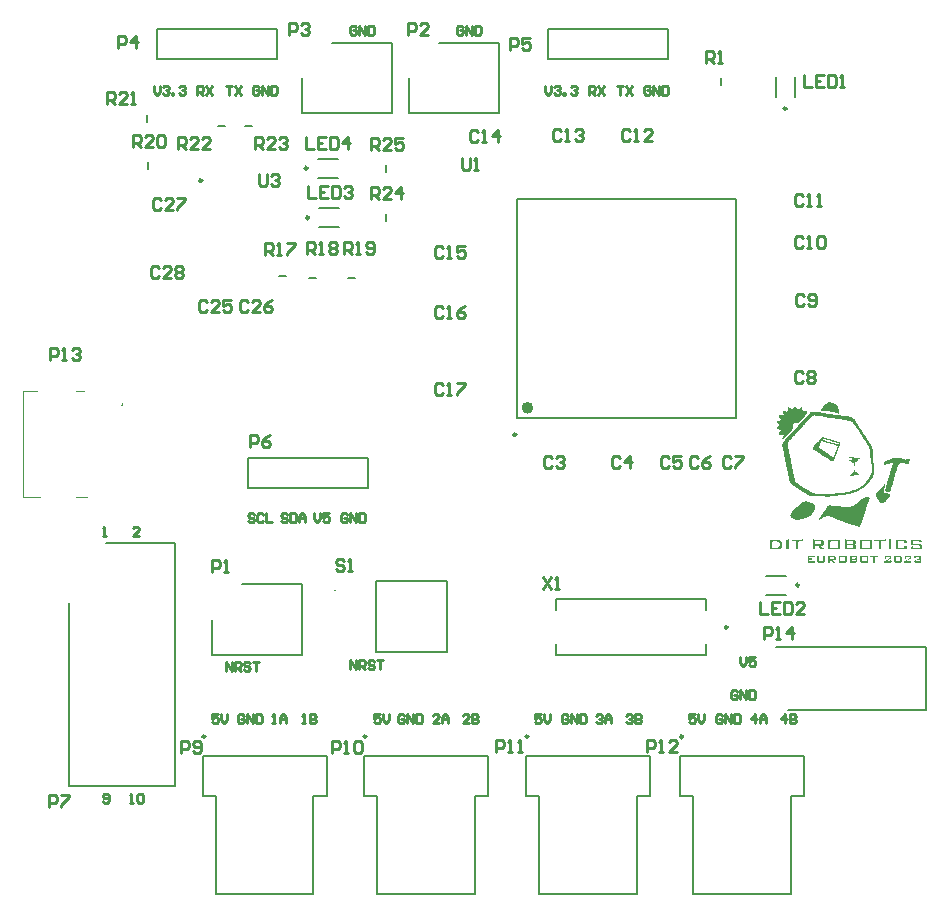
<source format=gto>
G04*
G04 #@! TF.GenerationSoftware,Altium Limited,Altium Designer,22.9.1 (49)*
G04*
G04 Layer_Color=65535*
%FSLAX25Y25*%
%MOIN*%
G70*
G04*
G04 #@! TF.SameCoordinates,F30A270F-9CF5-405F-8EA2-704C6F89508A*
G04*
G04*
G04 #@! TF.FilePolarity,Positive*
G04*
G01*
G75*
%ADD10C,0.00984*%
%ADD11C,0.01968*%
%ADD12C,0.00787*%
%ADD13C,0.00394*%
%ADD14C,0.01000*%
G36*
X275918Y179268D02*
X276409D01*
Y179146D01*
X276777D01*
Y179023D01*
X277023D01*
Y178900D01*
X277268D01*
Y178777D01*
X277391D01*
Y178655D01*
X277514D01*
Y178532D01*
X277636D01*
Y178409D01*
X277759D01*
Y178286D01*
X277882D01*
Y178164D01*
X278005D01*
Y177918D01*
X278127D01*
Y177673D01*
X278250D01*
Y177304D01*
X278373D01*
Y175709D01*
X278005D01*
Y175832D01*
X277514D01*
Y175954D01*
X277023D01*
Y176077D01*
X276409D01*
Y176200D01*
X275918D01*
Y176323D01*
X275427D01*
Y176445D01*
X273095D01*
Y176568D01*
X272359D01*
Y177059D01*
X272482D01*
Y177182D01*
X272605D01*
Y177304D01*
X272727D01*
Y177427D01*
X272850D01*
Y177673D01*
X272973D01*
Y177796D01*
X273095D01*
Y177918D01*
X273218D01*
Y178041D01*
Y178164D01*
X273341D01*
Y178286D01*
X273464D01*
Y178409D01*
X273586D01*
Y178532D01*
X273709D01*
Y178655D01*
X273832D01*
Y178777D01*
X273955D01*
Y178900D01*
X274077D01*
Y179023D01*
X274323D01*
Y179146D01*
X274568D01*
Y179268D01*
X274936D01*
Y179391D01*
X275059D01*
Y179268D01*
X275182D01*
Y179391D01*
X275673D01*
Y179268D01*
X275796D01*
Y179391D01*
X275918D01*
Y179268D01*
D02*
G37*
G36*
X263891Y177918D02*
X264136D01*
Y177796D01*
X264259D01*
Y177550D01*
X264382D01*
Y177427D01*
X264505D01*
Y177182D01*
X264627D01*
Y177059D01*
X264750D01*
Y176936D01*
X264873D01*
Y177059D01*
X264996D01*
Y177182D01*
X265241D01*
Y177304D01*
X265364D01*
Y177427D01*
X265486D01*
Y177550D01*
X265732D01*
Y177673D01*
X265855D01*
Y177796D01*
X266100D01*
Y177059D01*
X266223D01*
Y176814D01*
X266346D01*
Y176691D01*
X266591D01*
Y176568D01*
X267695D01*
Y176691D01*
X267941D01*
Y176323D01*
X267818D01*
Y175709D01*
X267695D01*
Y175464D01*
X267573D01*
Y175341D01*
X267450D01*
Y175218D01*
X267327D01*
Y175095D01*
X267205D01*
Y174973D01*
X267082D01*
Y174850D01*
X266959D01*
Y174604D01*
X266836D01*
Y174482D01*
X266714D01*
Y174359D01*
X266591D01*
Y174236D01*
X266468D01*
Y174114D01*
X266346D01*
Y173991D01*
X266223D01*
Y173868D01*
X266100D01*
Y173746D01*
X265977D01*
Y173500D01*
X265855D01*
Y173377D01*
X265732D01*
Y173255D01*
X265609D01*
Y173132D01*
X265486D01*
Y173009D01*
X265364D01*
Y172886D01*
X265241D01*
Y172764D01*
X265118D01*
Y172641D01*
X264996D01*
Y172518D01*
X263646D01*
Y172396D01*
X263400D01*
Y172273D01*
X263277D01*
Y170677D01*
X263155D01*
Y170554D01*
X263032D01*
Y170432D01*
X262909D01*
Y170309D01*
X262786D01*
Y170064D01*
X262664D01*
Y169941D01*
X262541D01*
Y169818D01*
X262418D01*
Y169695D01*
X262296D01*
Y169573D01*
X262173D01*
Y169450D01*
X262050D01*
Y169327D01*
X261927D01*
Y169204D01*
X261805D01*
Y169082D01*
X261682D01*
Y168959D01*
X261559D01*
Y168836D01*
X261436D01*
Y168714D01*
X261314D01*
Y168468D01*
X261191D01*
Y168345D01*
X261068D01*
Y168223D01*
X260946D01*
Y168100D01*
X260823D01*
Y167977D01*
X260700D01*
Y167854D01*
X260577D01*
Y167732D01*
X260455D01*
Y167609D01*
X260332D01*
Y167486D01*
X260209D01*
Y167364D01*
X260086D01*
Y167241D01*
X259964D01*
Y167118D01*
X259841D01*
Y166873D01*
X259718D01*
Y167118D01*
X259595D01*
Y167609D01*
X259718D01*
Y167854D01*
X259841D01*
Y168100D01*
X259964D01*
Y168591D01*
X259841D01*
Y168714D01*
X259350D01*
Y168591D01*
X258982D01*
Y168468D01*
X258736D01*
Y168591D01*
X258491D01*
Y168714D01*
X258368D01*
Y169204D01*
X258491D01*
Y169450D01*
X258614D01*
Y169573D01*
X258736D01*
Y169695D01*
X258859D01*
Y169818D01*
X258982D01*
Y169941D01*
X259105D01*
Y170186D01*
X258736D01*
Y170309D01*
X258368D01*
Y170432D01*
X258123D01*
Y170554D01*
X257877D01*
Y170677D01*
X257632D01*
Y170923D01*
X257755D01*
Y171045D01*
X257877D01*
Y171291D01*
X258123D01*
Y171414D01*
X258245D01*
Y171536D01*
X258491D01*
Y171659D01*
X258614D01*
Y171782D01*
X258736D01*
Y172027D01*
X258614D01*
Y172150D01*
X258368D01*
Y172273D01*
X258245D01*
Y172396D01*
X258000D01*
Y172518D01*
X257877D01*
Y172641D01*
X257755D01*
Y172886D01*
X257632D01*
Y173132D01*
X257877D01*
Y173255D01*
X258000D01*
Y173377D01*
X258736D01*
Y173500D01*
X258982D01*
Y173991D01*
X258859D01*
Y174114D01*
X258736D01*
Y174236D01*
X258614D01*
Y174482D01*
X258491D01*
Y174850D01*
X258368D01*
Y175095D01*
X258859D01*
Y175218D01*
X259227D01*
Y175095D01*
X259841D01*
Y175218D01*
X259964D01*
Y175709D01*
X259841D01*
Y175954D01*
X259718D01*
Y176691D01*
X260086D01*
Y176568D01*
X260700D01*
Y176445D01*
X260946D01*
Y176323D01*
X261068D01*
Y176200D01*
X261191D01*
Y176445D01*
X261314D01*
Y176814D01*
X261436D01*
Y177304D01*
X261559D01*
Y177796D01*
X261805D01*
Y177673D01*
X261927D01*
Y177550D01*
X262173D01*
Y177427D01*
X262296D01*
Y177304D01*
X262541D01*
Y177182D01*
X262786D01*
Y177059D01*
X263032D01*
Y177182D01*
X263155D01*
Y177427D01*
X263277D01*
Y177550D01*
X263400D01*
Y177673D01*
X263523D01*
Y177796D01*
X263646D01*
Y177918D01*
X263768D01*
Y178041D01*
X263891D01*
Y177918D01*
D02*
G37*
G36*
X298745Y160736D02*
X299359D01*
Y160614D01*
X299727D01*
Y160491D01*
X300341D01*
Y160368D01*
X300832D01*
Y160491D01*
X302059D01*
Y160000D01*
X301936D01*
Y159386D01*
X301814D01*
Y159141D01*
X301691D01*
Y159018D01*
X301568D01*
Y158896D01*
X300709D01*
Y159018D01*
X300341D01*
Y159141D01*
X299973D01*
Y159264D01*
X299114D01*
Y159141D01*
X298745D01*
Y159018D01*
X298623D01*
Y158896D01*
X298500D01*
Y158773D01*
X298377D01*
Y158650D01*
X298255D01*
Y158527D01*
X298132D01*
Y158282D01*
X298009D01*
Y157914D01*
X297886D01*
Y157423D01*
X297764D01*
Y157054D01*
X297641D01*
Y156686D01*
X297518D01*
Y156195D01*
X297395D01*
Y155827D01*
X297273D01*
Y155336D01*
X297150D01*
Y154968D01*
X297027D01*
Y154600D01*
X296905D01*
Y154109D01*
X296782D01*
Y153741D01*
X296659D01*
Y153250D01*
X296536D01*
Y152882D01*
X296414D01*
Y152391D01*
X296291D01*
Y152268D01*
Y152023D01*
X296168D01*
Y151655D01*
X296045D01*
Y151164D01*
X295923D01*
Y150795D01*
X295800D01*
Y150304D01*
X295677D01*
Y149936D01*
X295555D01*
Y149568D01*
X295432D01*
Y149445D01*
X295064D01*
Y149568D01*
X294573D01*
Y149691D01*
X294205D01*
Y149814D01*
X293714D01*
Y150182D01*
X293836D01*
Y150550D01*
X293959D01*
Y151041D01*
X294082D01*
Y151409D01*
X294205D01*
Y151777D01*
X294327D01*
Y152268D01*
X294450D01*
Y152636D01*
X294573D01*
Y153127D01*
X294695D01*
Y153496D01*
X294818D01*
Y153986D01*
X294941D01*
Y154355D01*
X295064D01*
Y154723D01*
X295186D01*
Y155214D01*
X295309D01*
Y155582D01*
X295432D01*
Y156073D01*
X295555D01*
Y156441D01*
X295677D01*
Y156809D01*
X295800D01*
Y157300D01*
X295923D01*
Y157668D01*
X296045D01*
Y158036D01*
X296168D01*
Y158527D01*
X296291D01*
Y158896D01*
X296414D01*
Y159386D01*
X296168D01*
Y159264D01*
X295677D01*
Y159141D01*
X295309D01*
Y159018D01*
X294818D01*
Y158896D01*
X294450D01*
Y158773D01*
X293959D01*
Y158650D01*
X293591D01*
Y158527D01*
X293345D01*
Y159141D01*
X293468D01*
Y159386D01*
X293591D01*
Y159509D01*
X293714D01*
Y159632D01*
X293836D01*
Y159755D01*
X293959D01*
Y159877D01*
X294205D01*
Y160000D01*
X294450D01*
Y160123D01*
X294695D01*
Y160246D01*
X294941D01*
Y160368D01*
X295309D01*
Y160491D01*
X295677D01*
Y160614D01*
X296045D01*
Y160736D01*
X296659D01*
Y160859D01*
X298745D01*
Y160736D01*
D02*
G37*
G36*
X270641Y176200D02*
X271377D01*
Y176077D01*
X272359D01*
Y175954D01*
X273218D01*
Y175832D01*
X273955D01*
Y175709D01*
X274936D01*
Y175586D01*
X275673D01*
Y175464D01*
X276532D01*
Y175341D01*
X277268D01*
Y175218D01*
X278250D01*
Y175095D01*
X279109D01*
Y174973D01*
X279845D01*
Y174850D01*
X280827D01*
Y174727D01*
X281686D01*
Y174604D01*
X282423D01*
Y174482D01*
X282791D01*
Y174359D01*
X282914D01*
Y174236D01*
X283159D01*
Y174114D01*
X283282D01*
Y173991D01*
X283405D01*
Y173868D01*
X283527D01*
Y173746D01*
X283650D01*
Y173500D01*
X283773D01*
Y173377D01*
X283895D01*
Y173132D01*
X284018D01*
Y173009D01*
X284141D01*
Y172764D01*
X284264D01*
Y172518D01*
X284386D01*
Y172396D01*
X284509D01*
Y172150D01*
X284632D01*
Y172027D01*
X284755D01*
Y171782D01*
X284877D01*
Y171659D01*
X285000D01*
Y171414D01*
X285123D01*
Y171291D01*
X285245D01*
Y171045D01*
X285368D01*
Y170923D01*
X285491D01*
Y170677D01*
X285614D01*
Y170554D01*
X285736D01*
Y170309D01*
X285859D01*
Y170064D01*
X285982D01*
Y169941D01*
X286105D01*
Y169695D01*
X286227D01*
Y169573D01*
X286350D01*
Y169327D01*
X286473D01*
Y169204D01*
X286596D01*
Y168959D01*
X286718D01*
Y168836D01*
X286841D01*
Y168591D01*
X286964D01*
Y168468D01*
X287086D01*
Y168223D01*
X287209D01*
Y168100D01*
X287332D01*
Y167854D01*
X287455D01*
Y167732D01*
X287577D01*
Y167486D01*
X287700D01*
Y167364D01*
X287823D01*
Y167118D01*
X287946D01*
Y166996D01*
X288068D01*
Y166750D01*
X288191D01*
Y166627D01*
X288314D01*
Y166382D01*
X288436D01*
Y166259D01*
X288559D01*
Y166014D01*
X288682D01*
Y165891D01*
X288805D01*
Y165646D01*
X288927D01*
Y165523D01*
X289050D01*
Y165277D01*
X289173D01*
Y165032D01*
X289296D01*
Y164786D01*
X289418D01*
Y164541D01*
X289541D01*
Y164050D01*
X289664D01*
Y163068D01*
X289786D01*
Y161227D01*
X289909D01*
Y159264D01*
X290032D01*
Y157300D01*
X290155D01*
Y155459D01*
X290032D01*
Y155091D01*
X289909D01*
Y154845D01*
X289786D01*
Y154600D01*
X289664D01*
Y154355D01*
X289541D01*
Y154232D01*
X289418D01*
Y153986D01*
X289296D01*
Y153864D01*
X289173D01*
Y153618D01*
X289050D01*
Y153496D01*
X288927D01*
Y153373D01*
X288805D01*
Y153127D01*
X288682D01*
Y153005D01*
X288559D01*
Y152882D01*
X288436D01*
Y152636D01*
X288314D01*
Y152514D01*
X288191D01*
Y152391D01*
X288068D01*
Y152268D01*
X287946D01*
Y152146D01*
X287823D01*
Y152023D01*
X287700D01*
Y151900D01*
X287577D01*
Y151777D01*
X287455D01*
Y151655D01*
X287332D01*
Y151532D01*
X287209D01*
Y151409D01*
X287086D01*
Y151286D01*
X286841D01*
Y151164D01*
X286718D01*
Y151041D01*
X286596D01*
Y150918D01*
X286350D01*
Y150795D01*
X286227D01*
Y150673D01*
X286105D01*
Y150550D01*
X285859D01*
Y150427D01*
X285614D01*
Y150304D01*
X285491D01*
Y150182D01*
X285245D01*
Y150059D01*
X285000D01*
Y149936D01*
X284755D01*
Y149814D01*
X284509D01*
Y149691D01*
X284264D01*
Y149568D01*
X283895D01*
Y149445D01*
X283527D01*
Y149323D01*
X283159D01*
Y149200D01*
X282791D01*
Y149077D01*
X282300D01*
Y148954D01*
X281564D01*
Y148832D01*
X280705D01*
Y148709D01*
X279723D01*
Y148586D01*
X278741D01*
Y148464D01*
X278005D01*
Y148341D01*
X277268D01*
Y148218D01*
X276409D01*
Y148096D01*
X275550D01*
Y147973D01*
X274814D01*
Y147850D01*
X273955D01*
Y147727D01*
X273832D01*
Y147850D01*
X273709D01*
Y148096D01*
X269291D01*
Y148218D01*
X268800D01*
Y148341D01*
X268432D01*
Y148464D01*
X268309D01*
Y148586D01*
X268064D01*
Y148709D01*
X267818D01*
Y148832D01*
X267695D01*
Y148954D01*
X267450D01*
Y149077D01*
X267205D01*
Y149200D01*
X266959D01*
Y149323D01*
X266836D01*
Y149445D01*
X266591D01*
Y149568D01*
X266468D01*
Y149691D01*
X266223D01*
Y149814D01*
X265977D01*
Y149936D01*
X265855D01*
Y150059D01*
X265609D01*
Y150182D01*
X265364D01*
Y150304D01*
X265241D01*
Y150427D01*
X264996D01*
Y150550D01*
X264750D01*
Y150673D01*
X264627D01*
Y150795D01*
X264382D01*
Y150918D01*
X264259D01*
Y151041D01*
X264014D01*
Y151164D01*
X263891D01*
Y151286D01*
X263646D01*
Y151409D01*
X263523D01*
Y151532D01*
X263277D01*
Y151655D01*
X263155D01*
Y151777D01*
X262909D01*
Y151900D01*
X262786D01*
Y152023D01*
X262664D01*
Y152146D01*
X262541D01*
Y152268D01*
X262418D01*
Y152514D01*
X262296D01*
Y152636D01*
X262173D01*
Y152882D01*
X262050D01*
Y153127D01*
X261927D01*
Y153741D01*
X261805D01*
Y154232D01*
X261682D01*
Y154845D01*
X261559D01*
Y155459D01*
X261436D01*
Y155950D01*
X261314D01*
Y156564D01*
X261191D01*
Y157177D01*
X261068D01*
Y157791D01*
X260946D01*
Y158282D01*
X260823D01*
Y158896D01*
X260700D01*
Y159509D01*
X260577D01*
Y160123D01*
X260455D01*
Y160736D01*
X260332D01*
Y161350D01*
X260209D01*
Y162086D01*
X260086D01*
Y162700D01*
X259964D01*
Y163314D01*
X259841D01*
Y163927D01*
X259718D01*
Y164664D01*
X259595D01*
Y165400D01*
X259718D01*
Y165891D01*
X259841D01*
Y166136D01*
X259964D01*
Y166382D01*
X260086D01*
Y166505D01*
X260209D01*
Y166627D01*
X260332D01*
Y166750D01*
X260455D01*
Y166873D01*
X260577D01*
Y167118D01*
X260700D01*
Y167241D01*
X260823D01*
Y167364D01*
X260946D01*
Y167486D01*
X261068D01*
Y167609D01*
X261191D01*
Y167732D01*
X261314D01*
Y167854D01*
X261436D01*
Y167977D01*
X261559D01*
Y168100D01*
X261682D01*
Y168223D01*
X261805D01*
Y168345D01*
X261927D01*
Y168591D01*
X262050D01*
Y168714D01*
X262173D01*
Y168836D01*
X262296D01*
Y168959D01*
X262418D01*
Y169082D01*
X262541D01*
Y169204D01*
X262664D01*
Y169327D01*
X262786D01*
Y169450D01*
X262909D01*
Y169573D01*
X263032D01*
Y169695D01*
X263155D01*
Y169818D01*
X263277D01*
Y169941D01*
X263400D01*
Y170186D01*
X263523D01*
Y170309D01*
X263646D01*
Y170432D01*
X263768D01*
Y170554D01*
X263891D01*
Y170677D01*
X264014D01*
Y170800D01*
X264136D01*
Y170923D01*
X264259D01*
Y171045D01*
X264382D01*
Y171168D01*
X264505D01*
Y171291D01*
X264627D01*
Y171414D01*
X264750D01*
Y171536D01*
X264873D01*
Y171782D01*
X264996D01*
Y171905D01*
X265118D01*
Y172027D01*
X265241D01*
Y172150D01*
X265364D01*
Y172273D01*
X265486D01*
Y172396D01*
X265609D01*
Y172518D01*
X265732D01*
Y172641D01*
X265855D01*
Y172764D01*
X265977D01*
Y172886D01*
X266100D01*
Y173009D01*
X266223D01*
Y173132D01*
X266346D01*
Y173255D01*
X266468D01*
Y173377D01*
X266591D01*
Y173623D01*
X266714D01*
Y173746D01*
X266836D01*
Y173868D01*
X266959D01*
Y173991D01*
X267082D01*
Y174114D01*
X267205D01*
Y174236D01*
X267327D01*
Y174359D01*
X267450D01*
Y174482D01*
X267573D01*
Y174604D01*
X267695D01*
Y174727D01*
X267818D01*
Y174850D01*
X267941D01*
Y174973D01*
X268064D01*
Y175095D01*
X268186D01*
Y175218D01*
X268309D01*
Y175341D01*
X268432D01*
Y175586D01*
X268555D01*
Y175709D01*
X268677D01*
Y175832D01*
X268800D01*
Y175954D01*
X268923D01*
Y176077D01*
X269168D01*
Y176200D01*
X269414D01*
Y176323D01*
X270641D01*
Y176200D01*
D02*
G37*
G36*
X293836Y152023D02*
X293959D01*
Y151777D01*
X293836D01*
Y151286D01*
X293714D01*
Y150795D01*
X293591D01*
Y150304D01*
X293468D01*
Y149814D01*
X293345D01*
Y149445D01*
X293468D01*
Y149323D01*
X293836D01*
Y149200D01*
X294205D01*
Y149077D01*
X294695D01*
Y148954D01*
X295064D01*
Y148832D01*
X295555D01*
Y148709D01*
X295677D01*
Y148464D01*
X295555D01*
Y148341D01*
X295432D01*
Y148096D01*
X295309D01*
Y147973D01*
X295186D01*
Y147727D01*
X295064D01*
Y147605D01*
X294941D01*
Y147482D01*
X294818D01*
Y147236D01*
X294695D01*
Y147114D01*
X294573D01*
Y146991D01*
X294450D01*
Y146868D01*
X294327D01*
Y146746D01*
X294205D01*
Y146623D01*
X294082D01*
Y146500D01*
X293959D01*
Y146377D01*
X293836D01*
Y146255D01*
X293591D01*
Y146132D01*
X293468D01*
Y146009D01*
X293100D01*
Y145886D01*
X292364D01*
Y146009D01*
X292118D01*
Y146132D01*
X291996D01*
Y146255D01*
X291873D01*
Y146377D01*
X291750D01*
Y146500D01*
X291627D01*
Y146746D01*
X291505D01*
Y146868D01*
X291382D01*
Y147114D01*
X291259D01*
Y147236D01*
X291136D01*
Y147482D01*
X291014D01*
Y147727D01*
X290891D01*
Y148096D01*
X290768D01*
Y148709D01*
X290891D01*
Y149077D01*
X291014D01*
Y149323D01*
X291136D01*
Y149445D01*
X291259D01*
Y149568D01*
X291382D01*
Y149691D01*
X291505D01*
Y149814D01*
X291627D01*
Y149936D01*
X291750D01*
Y150059D01*
X291873D01*
Y150182D01*
X291996D01*
Y150304D01*
X292118D01*
Y150427D01*
X292241D01*
Y150550D01*
X292364D01*
Y150673D01*
X292486D01*
Y150795D01*
X292609D01*
Y151041D01*
X292732D01*
Y151164D01*
X292855D01*
Y151286D01*
X292977D01*
Y151409D01*
X293100D01*
Y151532D01*
X293223D01*
Y151655D01*
X293345D01*
Y151777D01*
X293468D01*
Y152023D01*
X293591D01*
Y152146D01*
X293836D01*
Y152023D01*
D02*
G37*
G36*
X288436Y147605D02*
X288682D01*
Y147359D01*
X288559D01*
Y146991D01*
X288436D01*
Y146623D01*
X288314D01*
Y146255D01*
X288191D01*
Y145886D01*
X288068D01*
Y145518D01*
X287946D01*
Y145150D01*
X287823D01*
Y144659D01*
X287700D01*
Y144414D01*
X287577D01*
Y143923D01*
X287455D01*
Y143554D01*
X287332D01*
Y143186D01*
X287209D01*
Y142818D01*
X287086D01*
Y142573D01*
X286964D01*
Y142082D01*
X286841D01*
Y141714D01*
X286718D01*
Y141346D01*
X286596D01*
Y140977D01*
X286473D01*
Y140609D01*
X286350D01*
Y140241D01*
X286227D01*
Y139873D01*
X286105D01*
Y139505D01*
X285982D01*
Y139136D01*
X285859D01*
Y138768D01*
X285736D01*
Y138400D01*
X285614D01*
Y138032D01*
X285491D01*
Y137909D01*
X285000D01*
Y138032D01*
X284632D01*
Y138154D01*
X284018D01*
Y138277D01*
X283650D01*
Y138400D01*
X283159D01*
Y138523D01*
X282668D01*
Y138646D01*
X282300D01*
Y138768D01*
X281932D01*
Y138891D01*
X281564D01*
Y139014D01*
X281318D01*
Y139136D01*
X280950D01*
Y139259D01*
X280582D01*
Y139382D01*
X280336D01*
Y139505D01*
X279968D01*
Y139627D01*
X279723D01*
Y139750D01*
X279355D01*
Y139873D01*
X279109D01*
Y139996D01*
X278741D01*
Y140118D01*
X278496D01*
Y140241D01*
X278250D01*
Y140364D01*
X277882D01*
Y140486D01*
X277636D01*
Y140609D01*
X277268D01*
Y140732D01*
X277023D01*
Y140855D01*
X276655D01*
Y140977D01*
X276409D01*
Y141100D01*
X276164D01*
Y141223D01*
X275796D01*
Y141346D01*
X275305D01*
Y141468D01*
X274077D01*
Y141346D01*
X273709D01*
Y141223D01*
X273464D01*
Y141100D01*
X273218D01*
Y140977D01*
X272973D01*
Y140855D01*
X272850D01*
Y140732D01*
X272727D01*
Y140609D01*
X272482D01*
Y140486D01*
X272236D01*
Y140364D01*
X271745D01*
Y140241D01*
X271623D01*
Y140486D01*
X271745D01*
Y140609D01*
X271868D01*
Y140732D01*
X271991D01*
Y140977D01*
X272114D01*
Y141100D01*
X272236D01*
Y141346D01*
X272359D01*
Y141468D01*
X272482D01*
Y141714D01*
X272605D01*
Y141836D01*
X272727D01*
Y142082D01*
X272850D01*
Y142204D01*
X272973D01*
Y142450D01*
X273095D01*
Y142573D01*
X273218D01*
Y142818D01*
X273341D01*
Y142941D01*
X273464D01*
Y143186D01*
X273586D01*
Y143309D01*
X273709D01*
Y143554D01*
X273832D01*
Y143677D01*
X273955D01*
Y143923D01*
X274077D01*
Y144045D01*
X274200D01*
Y144168D01*
X274323D01*
Y144414D01*
X274446D01*
Y144536D01*
X274568D01*
Y144782D01*
X274691D01*
Y144904D01*
X274814D01*
Y145027D01*
X275182D01*
Y145150D01*
X275796D01*
Y145027D01*
X276900D01*
Y144904D01*
X278127D01*
Y144782D01*
X278986D01*
Y144659D01*
X279968D01*
Y144536D01*
X281809D01*
Y144659D01*
X282423D01*
Y144782D01*
X282791D01*
Y144904D01*
X283159D01*
Y145027D01*
X283405D01*
Y145150D01*
X283650D01*
Y145273D01*
X283895D01*
Y145396D01*
X284018D01*
Y145518D01*
X284264D01*
Y145641D01*
X284386D01*
Y145764D01*
X284632D01*
Y145886D01*
X284755D01*
Y146009D01*
X284877D01*
Y146132D01*
X285000D01*
Y146255D01*
X285123D01*
Y146377D01*
X285245D01*
Y146500D01*
X285368D01*
Y146623D01*
X285491D01*
Y146746D01*
X285614D01*
Y146868D01*
X285736D01*
Y146991D01*
X285859D01*
Y147114D01*
X285982D01*
Y147236D01*
X286227D01*
Y147359D01*
X286350D01*
Y147482D01*
X286596D01*
Y147605D01*
X286964D01*
Y147727D01*
X288436D01*
Y147605D01*
D02*
G37*
G36*
X267941Y146377D02*
X268309D01*
Y146255D01*
X268555D01*
Y146132D01*
X268800D01*
Y146009D01*
X269168D01*
Y145886D01*
X269414D01*
Y145764D01*
X269659D01*
Y145641D01*
X269905D01*
Y145518D01*
X270150D01*
Y145396D01*
X270273D01*
Y145273D01*
X270395D01*
Y145027D01*
X270518D01*
Y144045D01*
X270395D01*
Y143677D01*
X270273D01*
Y143432D01*
X270150D01*
Y143186D01*
X270027D01*
Y142941D01*
X269905D01*
Y142695D01*
X269782D01*
Y142573D01*
X269659D01*
Y142450D01*
X269536D01*
Y142204D01*
X269414D01*
Y142082D01*
X269291D01*
Y141959D01*
X269168D01*
Y141836D01*
X269045D01*
Y141714D01*
X268800D01*
Y141591D01*
X268677D01*
Y141468D01*
X268555D01*
Y141346D01*
X268309D01*
Y141223D01*
X268064D01*
Y141100D01*
X267818D01*
Y140977D01*
X267573D01*
Y140855D01*
X267205D01*
Y140732D01*
X266836D01*
Y140609D01*
X266346D01*
Y140486D01*
X265609D01*
Y140364D01*
X264627D01*
Y140241D01*
X264136D01*
Y140364D01*
X263768D01*
Y140486D01*
X263400D01*
Y140609D01*
X263155D01*
Y140732D01*
X262909D01*
Y140855D01*
X262664D01*
Y140977D01*
X262541D01*
Y141100D01*
X262418D01*
Y141223D01*
X262296D01*
Y141591D01*
X262173D01*
Y141959D01*
X262296D01*
Y142327D01*
X262418D01*
Y142450D01*
X262541D01*
Y142695D01*
X262664D01*
Y142818D01*
X262786D01*
Y142941D01*
X262909D01*
Y143064D01*
X263032D01*
Y143186D01*
X263155D01*
Y143309D01*
X263277D01*
Y143432D01*
X263400D01*
Y143677D01*
X263523D01*
Y143800D01*
X263646D01*
Y143923D01*
X263768D01*
Y144045D01*
X263891D01*
Y144168D01*
X264136D01*
Y144291D01*
X264259D01*
Y144414D01*
X264382D01*
Y144536D01*
X264505D01*
Y144659D01*
X264627D01*
Y144782D01*
X264750D01*
Y144904D01*
X264873D01*
Y145027D01*
X265118D01*
Y145150D01*
X265241D01*
Y145273D01*
X265364D01*
Y145396D01*
X265486D01*
Y145518D01*
X265609D01*
Y145641D01*
X265732D01*
Y145764D01*
X265977D01*
Y145886D01*
X266100D01*
Y146009D01*
X266223D01*
Y146132D01*
X266468D01*
Y146255D01*
X266714D01*
Y146377D01*
X266959D01*
Y146500D01*
X267941D01*
Y146377D01*
D02*
G37*
G36*
X295677Y133614D02*
X295800D01*
Y133368D01*
Y133246D01*
Y130423D01*
X295064D01*
Y133614D01*
X295186D01*
Y133736D01*
X295309D01*
Y133614D01*
X295555D01*
Y133736D01*
X295677D01*
Y133614D01*
D02*
G37*
G36*
X294082Y133123D02*
X292609D01*
Y130423D01*
X291873D01*
Y133000D01*
X291750D01*
Y133123D01*
X290277D01*
Y133614D01*
X290400D01*
Y133736D01*
X290523D01*
Y133614D01*
X293836D01*
Y133736D01*
X294082D01*
Y133123D01*
D02*
G37*
G36*
X266346Y133614D02*
X266468D01*
Y133123D01*
X264996D01*
Y133000D01*
X264873D01*
Y130423D01*
X264136D01*
Y133123D01*
X262664D01*
Y133736D01*
X262786D01*
Y133614D01*
X266223D01*
Y133736D01*
X266346D01*
Y133614D01*
D02*
G37*
G36*
X261682Y132877D02*
Y132755D01*
Y130423D01*
X260946D01*
Y133614D01*
X261068D01*
Y133736D01*
X261191D01*
Y133614D01*
X261436D01*
Y133736D01*
X261682D01*
Y132877D01*
D02*
G37*
G36*
X305741Y133491D02*
X305864D01*
Y133246D01*
X305986D01*
Y132877D01*
X305741D01*
Y132755D01*
X305250D01*
Y133123D01*
X303164D01*
Y132386D01*
X305618D01*
Y132264D01*
X305864D01*
Y132018D01*
X305986D01*
Y130668D01*
X305864D01*
Y130545D01*
X305741D01*
Y130423D01*
X302550D01*
Y130545D01*
X302427D01*
Y130791D01*
X302305D01*
Y131282D01*
X302796D01*
Y131404D01*
X303041D01*
Y131036D01*
X305373D01*
Y131159D01*
X305250D01*
Y131282D01*
X305373D01*
Y131650D01*
X305250D01*
Y131773D01*
X302796D01*
Y131895D01*
X302550D01*
Y132264D01*
X302427D01*
Y133246D01*
X302550D01*
Y133491D01*
X302673D01*
Y133614D01*
X305741D01*
Y133491D01*
D02*
G37*
G36*
X300709D02*
X300832D01*
Y133368D01*
X300955D01*
Y132509D01*
X300218D01*
Y133123D01*
X298255D01*
Y133000D01*
X298132D01*
Y131036D01*
X300218D01*
Y131650D01*
X300832D01*
Y131527D01*
X300955D01*
Y130668D01*
X300832D01*
Y130545D01*
X300709D01*
Y130423D01*
X297641D01*
Y130545D01*
X297518D01*
Y130668D01*
X297395D01*
Y133368D01*
X297518D01*
Y133491D01*
X297641D01*
Y133614D01*
X300709D01*
Y133491D01*
D02*
G37*
G36*
X289296Y133368D02*
X289418D01*
Y132755D01*
Y132632D01*
Y130668D01*
X289296D01*
Y130545D01*
X289173D01*
Y130423D01*
X285736D01*
Y130545D01*
X285491D01*
Y130914D01*
X285368D01*
Y133123D01*
X285491D01*
Y133491D01*
X285614D01*
Y133614D01*
X289296D01*
Y133368D01*
D02*
G37*
G36*
X280705Y133614D02*
X283773D01*
Y133491D01*
X283895D01*
Y133368D01*
X284018D01*
Y132386D01*
X283895D01*
Y132264D01*
X283773D01*
Y132141D01*
X283650D01*
Y132018D01*
X283773D01*
Y131895D01*
X283895D01*
Y131773D01*
X284018D01*
Y130668D01*
X283895D01*
Y130545D01*
X283650D01*
Y130423D01*
X280459D01*
Y133614D01*
X280582D01*
Y133736D01*
X280705D01*
Y133614D01*
D02*
G37*
G36*
X278618Y133491D02*
X278741D01*
Y133368D01*
X278864D01*
Y130791D01*
X278741D01*
Y130545D01*
X278618D01*
Y130423D01*
X275059D01*
Y130545D01*
X274936D01*
Y130668D01*
X274814D01*
Y133368D01*
X274936D01*
Y133491D01*
X275059D01*
Y133614D01*
X278618D01*
Y133491D01*
D02*
G37*
G36*
X270027Y133614D02*
X273095D01*
Y133491D01*
X273218D01*
Y133368D01*
X273341D01*
Y131895D01*
X273218D01*
Y131773D01*
X273095D01*
Y131650D01*
X272236D01*
Y131527D01*
X272359D01*
Y131404D01*
X272482D01*
Y131282D01*
X272727D01*
Y131159D01*
X272850D01*
Y131036D01*
X272973D01*
Y130914D01*
X273095D01*
Y130791D01*
X273341D01*
Y130668D01*
X273464D01*
Y130545D01*
X273586D01*
Y130423D01*
X272482D01*
Y130545D01*
X272359D01*
Y130668D01*
X272236D01*
Y130791D01*
X272114D01*
Y130914D01*
X271991D01*
Y131036D01*
X271868D01*
Y131159D01*
X271745D01*
Y131282D01*
X271623D01*
Y131404D01*
X271377D01*
Y131527D01*
X271255D01*
Y131650D01*
X270518D01*
Y130914D01*
Y130791D01*
Y130423D01*
X269782D01*
Y133614D01*
X269905D01*
Y133736D01*
X270027D01*
Y133614D01*
D02*
G37*
G36*
X255791D02*
X258491D01*
Y133491D01*
X258736D01*
Y133368D01*
X258982D01*
Y133246D01*
X259105D01*
Y133123D01*
X259227D01*
Y133000D01*
X259350D01*
Y132755D01*
X259473D01*
Y132386D01*
X259595D01*
Y131773D01*
X259473D01*
Y131282D01*
X259350D01*
Y131036D01*
X259227D01*
Y130914D01*
X259105D01*
Y130791D01*
X258982D01*
Y130668D01*
X258736D01*
Y130545D01*
X258491D01*
Y130423D01*
X255545D01*
Y132264D01*
Y132386D01*
Y133614D01*
X255668D01*
Y133736D01*
X255791D01*
Y133614D01*
D02*
G37*
G36*
X273782Y126553D02*
Y126549D01*
Y126541D01*
Y126524D01*
Y126503D01*
X273778Y126478D01*
X273774Y126445D01*
X273766Y126379D01*
X273753Y126308D01*
X273728Y126237D01*
X273699Y126171D01*
X273678Y126141D01*
X273658Y126117D01*
X273653Y126112D01*
X273633Y126100D01*
X273599Y126079D01*
X273554Y126058D01*
X273524Y126046D01*
X273491Y126037D01*
X273454Y126029D01*
X273412Y126017D01*
X273362Y126013D01*
X273312Y126004D01*
X273258Y126000D01*
X271769D01*
X271744Y126004D01*
X271711Y126008D01*
X271640Y126017D01*
X271565Y126029D01*
X271490Y126050D01*
X271420Y126079D01*
X271390Y126096D01*
X271365Y126117D01*
X271361Y126121D01*
X271349Y126141D01*
X271328Y126171D01*
X271307Y126216D01*
X271282Y126275D01*
X271266Y126354D01*
X271257Y126395D01*
X271249Y126445D01*
X271245Y126495D01*
Y126553D01*
Y128255D01*
X271840D01*
Y126491D01*
X273192D01*
Y128255D01*
X273782D01*
Y126553D01*
D02*
G37*
G36*
X305324Y128251D02*
X305353D01*
X305419Y128242D01*
X305486Y128230D01*
X305557Y128209D01*
X305623Y128184D01*
X305648Y128167D01*
X305673Y128151D01*
X305677Y128147D01*
X305690Y128130D01*
X305710Y128105D01*
X305731Y128068D01*
X305752Y128018D01*
X305773Y127951D01*
X305785Y127876D01*
X305789Y127785D01*
Y127589D01*
Y127585D01*
Y127581D01*
Y127556D01*
X305785Y127518D01*
X305777Y127473D01*
X305765Y127423D01*
X305744Y127369D01*
X305719Y127319D01*
X305685Y127277D01*
X305681Y127273D01*
X305665Y127260D01*
X305640Y127244D01*
X305606Y127227D01*
X305561Y127211D01*
X305507Y127194D01*
X305444Y127186D01*
X305407D01*
X305448Y127181D01*
X305502Y127173D01*
X305561Y127161D01*
X305623Y127140D01*
X305681Y127115D01*
X305735Y127073D01*
X305739Y127069D01*
X305756Y127052D01*
X305777Y127023D01*
X305806Y126986D01*
X305831Y126940D01*
X305852Y126882D01*
X305869Y126815D01*
X305873Y126736D01*
Y126507D01*
Y126503D01*
Y126495D01*
Y126478D01*
Y126462D01*
X305864Y126412D01*
X305856Y126349D01*
X305839Y126283D01*
X305819Y126216D01*
X305785Y126158D01*
X305744Y126108D01*
X305739Y126104D01*
X305719Y126092D01*
X305685Y126075D01*
X305640Y126054D01*
X305577Y126033D01*
X305502Y126017D01*
X305457Y126008D01*
X305407Y126004D01*
X305357Y126000D01*
X303988D01*
X303963Y126004D01*
X303934D01*
X303872Y126013D01*
X303801Y126025D01*
X303730Y126042D01*
X303664Y126067D01*
X303639Y126083D01*
X303614Y126100D01*
X303610Y126104D01*
X303597Y126121D01*
X303576Y126146D01*
X303560Y126183D01*
X303539Y126233D01*
X303518Y126295D01*
X303506Y126374D01*
X303501Y126466D01*
Y126674D01*
X304034Y126778D01*
Y126474D01*
X305195D01*
X305215Y126478D01*
X305261Y126487D01*
X305282Y126491D01*
X305294Y126499D01*
X305299Y126503D01*
X305307Y126512D01*
X305311Y126524D01*
X305319Y126541D01*
X305324Y126566D01*
X305328Y126591D01*
Y126624D01*
Y126782D01*
Y126786D01*
Y126799D01*
Y126815D01*
X305324Y126836D01*
X305315Y126882D01*
X305307Y126903D01*
X305294Y126915D01*
X305290Y126919D01*
X305278Y126924D01*
X305265Y126932D01*
X305249Y126936D01*
X305224Y126940D01*
X305195Y126944D01*
X304383D01*
Y127381D01*
X305116D01*
X305136Y127385D01*
X305182Y127394D01*
X305203Y127398D01*
X305215Y127406D01*
X305220Y127410D01*
X305224Y127419D01*
X305232Y127431D01*
X305236Y127448D01*
X305240Y127473D01*
X305244Y127502D01*
Y127535D01*
Y127643D01*
Y127647D01*
Y127660D01*
Y127676D01*
X305240Y127697D01*
X305232Y127739D01*
X305224Y127760D01*
X305215Y127772D01*
X305211Y127776D01*
X305199Y127780D01*
X305186Y127789D01*
X305170Y127793D01*
X305145Y127797D01*
X305116Y127801D01*
X304055D01*
Y127531D01*
X303539Y127614D01*
Y127785D01*
Y127789D01*
Y127797D01*
Y127810D01*
Y127826D01*
X303543Y127872D01*
X303551Y127930D01*
X303568Y127989D01*
X303585Y128051D01*
X303614Y128105D01*
X303651Y128151D01*
X303655Y128155D01*
X303672Y128167D01*
X303701Y128184D01*
X303747Y128205D01*
X303805Y128221D01*
X303876Y128238D01*
X303917Y128246D01*
X303963Y128251D01*
X304017Y128255D01*
X305299D01*
X305324Y128251D01*
D02*
G37*
G36*
X302037D02*
X302066D01*
X302133Y128242D01*
X302203Y128230D01*
X302274Y128209D01*
X302341Y128184D01*
X302366Y128167D01*
X302391Y128151D01*
X302395Y128147D01*
X302407Y128130D01*
X302428Y128105D01*
X302449Y128068D01*
X302470Y128018D01*
X302491Y127951D01*
X302503Y127876D01*
X302507Y127785D01*
Y127643D01*
Y127635D01*
Y127614D01*
X302503Y127585D01*
X302499Y127548D01*
X302495Y127506D01*
X302486Y127464D01*
X302470Y127419D01*
X302453Y127381D01*
X302449Y127377D01*
X302441Y127365D01*
X302424Y127348D01*
X302403Y127319D01*
X302370Y127290D01*
X302324Y127252D01*
X302270Y127215D01*
X302203Y127169D01*
X300947Y126474D01*
X302125D01*
Y126795D01*
X302611Y126670D01*
Y126466D01*
Y126462D01*
Y126453D01*
Y126441D01*
Y126424D01*
X302607Y126379D01*
X302599Y126320D01*
X302582Y126262D01*
X302561Y126200D01*
X302532Y126146D01*
X302495Y126100D01*
X302491Y126096D01*
X302470Y126083D01*
X302441Y126067D01*
X302399Y126050D01*
X302341Y126033D01*
X302266Y126017D01*
X302220Y126008D01*
X302174Y126004D01*
X302125Y126000D01*
X300198D01*
Y126237D01*
Y126245D01*
Y126262D01*
X300203Y126291D01*
X300207Y126329D01*
X300215Y126366D01*
X300227Y126408D01*
X300244Y126445D01*
X300265Y126483D01*
X300269Y126487D01*
X300277Y126499D01*
X300294Y126516D01*
X300319Y126541D01*
X300348Y126566D01*
X300390Y126599D01*
X300435Y126632D01*
X300494Y126670D01*
X301979Y127581D01*
Y127801D01*
X300827D01*
Y127352D01*
X300311Y127469D01*
Y127785D01*
Y127789D01*
Y127797D01*
Y127810D01*
Y127826D01*
X300315Y127872D01*
X300323Y127930D01*
X300340Y127989D01*
X300357Y128051D01*
X300386Y128105D01*
X300423Y128151D01*
X300427Y128155D01*
X300444Y128167D01*
X300473Y128184D01*
X300519Y128205D01*
X300577Y128221D01*
X300648Y128238D01*
X300689Y128246D01*
X300735Y128251D01*
X300789Y128255D01*
X302012D01*
X302037Y128251D01*
D02*
G37*
G36*
X298875D02*
X298905Y128246D01*
X298971Y128238D01*
X299038Y128226D01*
X299109Y128201D01*
X299175Y128172D01*
X299200Y128151D01*
X299225Y128130D01*
X299229Y128126D01*
X299246Y128105D01*
X299262Y128076D01*
X299287Y128030D01*
X299308Y127972D01*
X299329Y127897D01*
X299333Y127851D01*
X299341Y127805D01*
X299346Y127755D01*
Y127697D01*
Y126553D01*
Y126549D01*
Y126541D01*
Y126524D01*
Y126503D01*
X299341Y126478D01*
Y126449D01*
X299333Y126383D01*
X299317Y126312D01*
X299296Y126241D01*
X299267Y126175D01*
X299250Y126146D01*
X299229Y126121D01*
X299225Y126117D01*
X299204Y126104D01*
X299175Y126083D01*
X299133Y126062D01*
X299075Y126037D01*
X299000Y126021D01*
X298955Y126013D01*
X298909Y126004D01*
X298859Y126000D01*
X297278D01*
X297253Y126004D01*
X297224Y126008D01*
X297162Y126017D01*
X297091Y126029D01*
X297024Y126050D01*
X296958Y126079D01*
X296933Y126096D01*
X296908Y126117D01*
X296904Y126121D01*
X296891Y126141D01*
X296870Y126171D01*
X296854Y126216D01*
X296833Y126275D01*
X296812Y126354D01*
X296808Y126395D01*
X296800Y126445D01*
X296796Y126495D01*
Y126553D01*
Y127697D01*
Y127701D01*
Y127710D01*
Y127726D01*
Y127747D01*
X296800Y127776D01*
Y127805D01*
X296808Y127872D01*
X296825Y127943D01*
X296841Y128013D01*
X296870Y128080D01*
X296887Y128109D01*
X296908Y128134D01*
X296912Y128138D01*
X296933Y128155D01*
X296962Y128172D01*
X297004Y128197D01*
X297062Y128217D01*
X297132Y128238D01*
X297178Y128242D01*
X297224Y128251D01*
X297274Y128255D01*
X298851D01*
X298875Y128251D01*
D02*
G37*
G36*
X295398D02*
X295427D01*
X295493Y128242D01*
X295564Y128230D01*
X295635Y128209D01*
X295701Y128184D01*
X295726Y128167D01*
X295751Y128151D01*
X295756Y128147D01*
X295768Y128130D01*
X295789Y128105D01*
X295810Y128068D01*
X295830Y128018D01*
X295851Y127951D01*
X295864Y127876D01*
X295868Y127785D01*
Y127643D01*
Y127635D01*
Y127614D01*
X295864Y127585D01*
X295860Y127548D01*
X295855Y127506D01*
X295847Y127464D01*
X295830Y127419D01*
X295814Y127381D01*
X295810Y127377D01*
X295801Y127365D01*
X295785Y127348D01*
X295764Y127319D01*
X295731Y127290D01*
X295685Y127252D01*
X295631Y127215D01*
X295564Y127169D01*
X294308Y126474D01*
X295485D01*
Y126795D01*
X295972Y126670D01*
Y126466D01*
Y126462D01*
Y126453D01*
Y126441D01*
Y126424D01*
X295968Y126379D01*
X295959Y126320D01*
X295943Y126262D01*
X295922Y126200D01*
X295893Y126146D01*
X295855Y126100D01*
X295851Y126096D01*
X295830Y126083D01*
X295801Y126067D01*
X295760Y126050D01*
X295701Y126033D01*
X295627Y126017D01*
X295581Y126008D01*
X295535Y126004D01*
X295485Y126000D01*
X293559D01*
Y126237D01*
Y126245D01*
Y126262D01*
X293563Y126291D01*
X293567Y126329D01*
X293576Y126366D01*
X293588Y126408D01*
X293605Y126445D01*
X293626Y126483D01*
X293630Y126487D01*
X293638Y126499D01*
X293655Y126516D01*
X293680Y126541D01*
X293709Y126566D01*
X293750Y126599D01*
X293796Y126632D01*
X293854Y126670D01*
X295339Y127581D01*
Y127801D01*
X294187D01*
Y127352D01*
X293671Y127469D01*
Y127785D01*
Y127789D01*
Y127797D01*
Y127810D01*
Y127826D01*
X293675Y127872D01*
X293684Y127930D01*
X293701Y127989D01*
X293717Y128051D01*
X293746Y128105D01*
X293784Y128151D01*
X293788Y128155D01*
X293805Y128167D01*
X293834Y128184D01*
X293879Y128205D01*
X293938Y128221D01*
X294008Y128238D01*
X294050Y128246D01*
X294096Y128251D01*
X294150Y128255D01*
X295373D01*
X295398Y128251D01*
D02*
G37*
G36*
X291388Y127785D02*
X290385D01*
Y126000D01*
X289790D01*
Y127785D01*
X288792D01*
Y128255D01*
X291388D01*
Y127785D01*
D02*
G37*
G36*
X287727Y128251D02*
X287756Y128246D01*
X287827Y128238D01*
X287906Y128226D01*
X287981Y128201D01*
X288051Y128172D01*
X288080Y128151D01*
X288105Y128130D01*
X288109Y128126D01*
X288126Y128105D01*
X288147Y128076D01*
X288168Y128030D01*
X288193Y127972D01*
X288209Y127897D01*
X288218Y127851D01*
X288226Y127805D01*
X288230Y127755D01*
Y127697D01*
Y126553D01*
Y126549D01*
Y126541D01*
Y126524D01*
Y126503D01*
X288226Y126478D01*
X288222Y126445D01*
X288213Y126379D01*
X288201Y126308D01*
X288176Y126237D01*
X288147Y126171D01*
X288126Y126141D01*
X288105Y126117D01*
X288101Y126112D01*
X288080Y126100D01*
X288047Y126079D01*
X288001Y126058D01*
X287972Y126046D01*
X287939Y126037D01*
X287901Y126029D01*
X287860Y126017D01*
X287810Y126013D01*
X287760Y126004D01*
X287706Y126000D01*
X285992D01*
X285967Y126004D01*
X285934Y126008D01*
X285863Y126017D01*
X285788Y126029D01*
X285713Y126050D01*
X285643Y126079D01*
X285613Y126096D01*
X285589Y126117D01*
X285584Y126121D01*
X285572Y126141D01*
X285551Y126171D01*
X285530Y126216D01*
X285505Y126275D01*
X285489Y126354D01*
X285480Y126395D01*
X285472Y126445D01*
X285468Y126495D01*
Y126553D01*
Y127697D01*
Y127701D01*
Y127710D01*
Y127726D01*
Y127747D01*
X285472Y127772D01*
X285476Y127801D01*
X285485Y127868D01*
X285497Y127939D01*
X285518Y128013D01*
X285547Y128076D01*
X285568Y128105D01*
X285589Y128130D01*
X285593Y128134D01*
X285613Y128151D01*
X285647Y128172D01*
X285693Y128192D01*
X285755Y128217D01*
X285792Y128226D01*
X285834Y128234D01*
X285880Y128242D01*
X285930Y128251D01*
X285988Y128255D01*
X287698D01*
X287727Y128251D01*
D02*
G37*
G36*
X284099D02*
X284157Y128242D01*
X284224Y128226D01*
X284291Y128205D01*
X284353Y128176D01*
X284407Y128138D01*
X284411Y128134D01*
X284428Y128117D01*
X284449Y128088D01*
X284474Y128051D01*
X284494Y128005D01*
X284515Y127943D01*
X284532Y127872D01*
X284536Y127789D01*
Y127523D01*
Y127514D01*
Y127493D01*
X284532Y127464D01*
X284524Y127423D01*
X284507Y127381D01*
X284490Y127331D01*
X284461Y127285D01*
X284424Y127244D01*
X284419Y127240D01*
X284403Y127227D01*
X284382Y127211D01*
X284349Y127194D01*
X284311Y127177D01*
X284266Y127165D01*
X284216Y127156D01*
X284191D01*
X284220Y127152D01*
X284257Y127148D01*
X284299Y127136D01*
X284345Y127115D01*
X284390Y127086D01*
X284436Y127048D01*
X284440Y127044D01*
X284453Y127027D01*
X284474Y126998D01*
X284494Y126965D01*
X284515Y126919D01*
X284536Y126869D01*
X284548Y126807D01*
X284553Y126741D01*
Y126466D01*
Y126462D01*
Y126458D01*
Y126445D01*
X284548Y126428D01*
X284544Y126387D01*
X284532Y126333D01*
X284511Y126275D01*
X284478Y126216D01*
X284436Y126162D01*
X284378Y126112D01*
X284370Y126108D01*
X284345Y126096D01*
X284303Y126075D01*
X284249Y126058D01*
X284178Y126037D01*
X284087Y126017D01*
X283987Y126004D01*
X283866Y126000D01*
X282098D01*
Y128255D01*
X284049D01*
X284099Y128251D01*
D02*
G37*
G36*
X280542D02*
X280572Y128246D01*
X280642Y128238D01*
X280721Y128226D01*
X280796Y128201D01*
X280867Y128172D01*
X280896Y128151D01*
X280921Y128130D01*
X280925Y128126D01*
X280942Y128105D01*
X280963Y128076D01*
X280983Y128030D01*
X281008Y127972D01*
X281025Y127897D01*
X281033Y127851D01*
X281042Y127805D01*
X281046Y127755D01*
Y127697D01*
Y126553D01*
Y126549D01*
Y126541D01*
Y126524D01*
Y126503D01*
X281042Y126478D01*
X281037Y126445D01*
X281029Y126379D01*
X281017Y126308D01*
X280992Y126237D01*
X280963Y126171D01*
X280942Y126141D01*
X280921Y126117D01*
X280917Y126112D01*
X280896Y126100D01*
X280863Y126079D01*
X280817Y126058D01*
X280788Y126046D01*
X280755Y126037D01*
X280717Y126029D01*
X280676Y126017D01*
X280626Y126013D01*
X280576Y126004D01*
X280522Y126000D01*
X278808D01*
X278783Y126004D01*
X278749Y126008D01*
X278679Y126017D01*
X278604Y126029D01*
X278529Y126050D01*
X278458Y126079D01*
X278429Y126096D01*
X278404Y126117D01*
X278400Y126121D01*
X278387Y126141D01*
X278367Y126171D01*
X278346Y126216D01*
X278321Y126275D01*
X278304Y126354D01*
X278296Y126395D01*
X278288Y126445D01*
X278284Y126495D01*
Y126553D01*
Y127697D01*
Y127701D01*
Y127710D01*
Y127726D01*
Y127747D01*
X278288Y127772D01*
X278292Y127801D01*
X278300Y127868D01*
X278313Y127939D01*
X278333Y128013D01*
X278363Y128076D01*
X278383Y128105D01*
X278404Y128130D01*
X278408Y128134D01*
X278429Y128151D01*
X278462Y128172D01*
X278508Y128192D01*
X278571Y128217D01*
X278608Y128226D01*
X278650Y128234D01*
X278695Y128242D01*
X278745Y128251D01*
X278803Y128255D01*
X280513D01*
X280542Y128251D01*
D02*
G37*
G36*
X276877D02*
X276936Y128242D01*
X277002Y128226D01*
X277069Y128209D01*
X277131Y128180D01*
X277185Y128142D01*
X277189Y128138D01*
X277206Y128122D01*
X277227Y128093D01*
X277252Y128055D01*
X277277Y128009D01*
X277298Y127947D01*
X277314Y127876D01*
X277318Y127793D01*
Y127277D01*
Y127273D01*
Y127269D01*
Y127256D01*
Y127240D01*
X277310Y127198D01*
X277302Y127148D01*
X277285Y127090D01*
X277264Y127032D01*
X277231Y126978D01*
X277185Y126932D01*
X277181Y126928D01*
X277160Y126915D01*
X277131Y126894D01*
X277085Y126878D01*
X277031Y126857D01*
X276961Y126836D01*
X276877Y126824D01*
X276782Y126820D01*
X276540D01*
X277543Y126000D01*
X276757D01*
X275883Y126820D01*
X275467D01*
Y126000D01*
X274881D01*
Y128255D01*
X276828D01*
X276877Y128251D01*
D02*
G37*
G36*
X270313Y127801D02*
X268595D01*
Y127398D01*
X269597D01*
Y126944D01*
X268595D01*
Y126491D01*
X270334D01*
Y126000D01*
X268000D01*
Y128255D01*
X270313D01*
Y127801D01*
D02*
G37*
%LPC*%
G36*
X270395Y175095D02*
X270027D01*
Y174973D01*
X269659D01*
Y174850D01*
X269536D01*
Y174727D01*
X269414D01*
Y174604D01*
X269291D01*
Y174482D01*
X269168D01*
Y174359D01*
X269045D01*
Y174236D01*
X268923D01*
Y174114D01*
X268800D01*
Y173991D01*
X268677D01*
Y173868D01*
X268555D01*
Y173746D01*
X268432D01*
Y173623D01*
X268309D01*
Y173500D01*
X268186D01*
Y173377D01*
X268064D01*
Y173132D01*
X267941D01*
Y173009D01*
X267818D01*
Y172886D01*
X267695D01*
Y172764D01*
X267573D01*
Y172641D01*
X267450D01*
Y172518D01*
X267327D01*
Y172396D01*
X267205D01*
Y172273D01*
X267082D01*
Y172150D01*
X266959D01*
Y172027D01*
X266836D01*
Y171905D01*
X266714D01*
Y171782D01*
X266591D01*
Y171536D01*
X266468D01*
Y171414D01*
X266346D01*
Y171291D01*
X266223D01*
Y171168D01*
X266100D01*
Y171045D01*
X265977D01*
Y170923D01*
X265855D01*
Y170800D01*
X265732D01*
Y170677D01*
X265609D01*
Y170554D01*
X265486D01*
Y170432D01*
X265364D01*
Y170309D01*
X265241D01*
Y170186D01*
X265118D01*
Y169941D01*
X264996D01*
Y169818D01*
X264873D01*
Y169695D01*
X264750D01*
Y169573D01*
X264627D01*
Y169450D01*
X264505D01*
Y169327D01*
X264382D01*
Y169204D01*
X264259D01*
Y169082D01*
X264136D01*
Y168959D01*
X264014D01*
Y168836D01*
X263891D01*
Y168714D01*
X263768D01*
Y168468D01*
X263646D01*
Y168345D01*
X263523D01*
Y168223D01*
X263400D01*
Y168100D01*
X263277D01*
Y167977D01*
X263155D01*
Y167854D01*
X263032D01*
Y167732D01*
X262909D01*
Y167609D01*
X262786D01*
Y167486D01*
X262664D01*
Y167364D01*
X262541D01*
Y167241D01*
X262418D01*
Y167118D01*
X262296D01*
Y166996D01*
X262173D01*
Y166873D01*
X262050D01*
Y166750D01*
X261927D01*
Y166627D01*
X261805D01*
Y166382D01*
X261682D01*
Y166259D01*
X261559D01*
Y166014D01*
X261436D01*
Y165400D01*
X261314D01*
Y165277D01*
X261436D01*
Y164541D01*
X261559D01*
Y163927D01*
X261682D01*
Y163314D01*
X261805D01*
Y162700D01*
X261927D01*
Y162209D01*
X262050D01*
Y161473D01*
X262173D01*
Y160859D01*
X262296D01*
Y160246D01*
X262418D01*
Y159632D01*
X262541D01*
Y159018D01*
X262664D01*
Y158405D01*
X262786D01*
Y157914D01*
X262909D01*
Y157177D01*
X263032D01*
Y156564D01*
X263155D01*
Y156073D01*
X263277D01*
Y155459D01*
X263400D01*
Y154723D01*
X263523D01*
Y154232D01*
X263646D01*
Y153618D01*
X263768D01*
Y153127D01*
X263891D01*
Y153005D01*
X264014D01*
Y152759D01*
X264136D01*
Y152636D01*
X264259D01*
Y152514D01*
X264505D01*
Y152391D01*
X264750D01*
Y152268D01*
X264873D01*
Y152146D01*
X265118D01*
Y152023D01*
X265241D01*
Y151900D01*
X265486D01*
Y151777D01*
X265609D01*
Y151655D01*
X265855D01*
Y151532D01*
X266100D01*
Y151409D01*
X266223D01*
Y151286D01*
X266468D01*
Y151164D01*
X266591D01*
Y151041D01*
X266836D01*
Y150918D01*
X267082D01*
Y150795D01*
X267205D01*
Y150673D01*
X267450D01*
Y150550D01*
X267695D01*
Y150427D01*
X267818D01*
Y150304D01*
X268064D01*
Y150182D01*
X268186D01*
Y150059D01*
X268432D01*
Y149936D01*
X268677D01*
Y149814D01*
X268800D01*
Y149691D01*
X269045D01*
Y149568D01*
X269291D01*
Y149445D01*
X269414D01*
Y149323D01*
X269659D01*
Y149200D01*
X269905D01*
Y149077D01*
X270518D01*
Y148954D01*
X277268D01*
Y149077D01*
X278618D01*
Y149200D01*
X279600D01*
Y149323D01*
X280336D01*
Y149445D01*
X280950D01*
Y149568D01*
X281564D01*
Y149691D01*
X282055D01*
Y149814D01*
X282545D01*
Y149936D01*
X282914D01*
Y150059D01*
X283282D01*
Y150182D01*
X283650D01*
Y150304D01*
X284018D01*
Y150427D01*
X284386D01*
Y150550D01*
X284632D01*
Y150673D01*
X284877D01*
Y150795D01*
X285123D01*
Y150918D01*
X285368D01*
Y151041D01*
X285614D01*
Y151164D01*
X285736D01*
Y151286D01*
X285859D01*
Y151409D01*
X286105D01*
Y151532D01*
X286227D01*
Y151655D01*
X286350D01*
Y151777D01*
X286473D01*
Y151900D01*
X286596D01*
Y152023D01*
X286718D01*
Y152146D01*
X286841D01*
Y152268D01*
X286964D01*
Y152391D01*
X287086D01*
Y152514D01*
X287209D01*
Y152636D01*
X287332D01*
Y152759D01*
X287455D01*
Y152882D01*
X287577D01*
Y153127D01*
X287700D01*
Y153250D01*
X287823D01*
Y153373D01*
X287946D01*
Y153496D01*
X288068D01*
Y153741D01*
X288191D01*
Y153864D01*
X288314D01*
Y153986D01*
X288436D01*
Y154232D01*
X288559D01*
Y154477D01*
X288682D01*
Y154600D01*
X288805D01*
Y154845D01*
X288927D01*
Y155091D01*
X289050D01*
Y155459D01*
X289173D01*
Y155827D01*
X289296D01*
Y156318D01*
X289418D01*
Y158527D01*
X289296D01*
Y159018D01*
X289173D01*
Y159386D01*
X289050D01*
Y160859D01*
X288927D01*
Y162577D01*
X288805D01*
Y163314D01*
X288682D01*
Y163804D01*
X288559D01*
Y164295D01*
X288436D01*
Y164541D01*
X288314D01*
Y164909D01*
X288191D01*
Y165032D01*
X288068D01*
Y165277D01*
X287946D01*
Y165523D01*
X287823D01*
Y165646D01*
X287700D01*
Y165891D01*
X287577D01*
Y166014D01*
X287455D01*
Y166259D01*
X287332D01*
Y166505D01*
X287209D01*
Y166627D01*
X287086D01*
Y166873D01*
X286964D01*
Y166996D01*
X286841D01*
Y167241D01*
X286718D01*
Y167364D01*
X286596D01*
Y167609D01*
X286473D01*
Y167732D01*
X286350D01*
Y167977D01*
X286227D01*
Y168223D01*
X286105D01*
Y168345D01*
X285982D01*
Y168591D01*
X285859D01*
Y168714D01*
X285736D01*
Y168959D01*
X285614D01*
Y169082D01*
X285491D01*
Y169327D01*
X285368D01*
Y169450D01*
X285245D01*
Y169695D01*
X285123D01*
Y169818D01*
X285000D01*
Y170064D01*
X284877D01*
Y170186D01*
X284755D01*
Y170432D01*
X284632D01*
Y170554D01*
X284509D01*
Y170800D01*
X284386D01*
Y170923D01*
X284264D01*
Y171045D01*
X284141D01*
Y171291D01*
X284018D01*
Y171414D01*
X283895D01*
Y171659D01*
X283773D01*
Y171782D01*
X283650D01*
Y172027D01*
X283527D01*
Y172150D01*
X283405D01*
Y172273D01*
X283282D01*
Y172518D01*
X283159D01*
Y172641D01*
X283036D01*
Y172764D01*
X282791D01*
Y172886D01*
X282668D01*
Y173009D01*
X282423D01*
Y173132D01*
X282177D01*
Y173255D01*
X281809D01*
Y173377D01*
X281073D01*
Y173500D01*
X280336D01*
Y173623D01*
X279600D01*
Y173746D01*
X278741D01*
Y173868D01*
X278005D01*
Y173991D01*
X277146D01*
Y174114D01*
X276409D01*
Y174236D01*
X275550D01*
Y174359D01*
X274568D01*
Y174482D01*
X273832D01*
Y174604D01*
X272973D01*
Y174727D01*
X272114D01*
Y174850D01*
X271132D01*
Y174973D01*
X270395D01*
Y175095D01*
D02*
G37*
%LPD*%
G36*
X273218Y167732D02*
X273586D01*
Y167609D01*
X274077D01*
Y167486D01*
X274446D01*
Y167364D01*
X274814D01*
Y167241D01*
X275305D01*
Y167118D01*
X275673D01*
Y166996D01*
X276041D01*
Y166873D01*
X276409D01*
Y166750D01*
X276900D01*
Y166627D01*
X277268D01*
Y166505D01*
X277636D01*
Y166382D01*
X278005D01*
Y166259D01*
X278373D01*
Y166136D01*
X278618D01*
Y165891D01*
X278741D01*
Y165155D01*
X278618D01*
Y164786D01*
X278496D01*
Y164541D01*
X278373D01*
Y164173D01*
X278250D01*
Y163804D01*
X278127D01*
Y163559D01*
X278005D01*
Y163191D01*
X277882D01*
Y162823D01*
X277759D01*
Y162577D01*
X277636D01*
Y162209D01*
X277514D01*
Y161841D01*
X277391D01*
Y161595D01*
X277268D01*
Y161227D01*
X277146D01*
Y160859D01*
X277023D01*
Y160614D01*
X276900D01*
Y160246D01*
X276777D01*
Y160000D01*
X276655D01*
Y159877D01*
X276532D01*
Y159755D01*
X275918D01*
Y159877D01*
X275796D01*
Y160000D01*
X275550D01*
Y160123D01*
X275427D01*
Y160246D01*
X275182D01*
Y160368D01*
X275059D01*
Y160491D01*
X274814D01*
Y160614D01*
X274691D01*
Y160736D01*
X274446D01*
Y160859D01*
X274200D01*
Y160982D01*
X274077D01*
Y161105D01*
X273832D01*
Y161227D01*
X273709D01*
Y161350D01*
X273464D01*
Y161473D01*
X273341D01*
Y161595D01*
X273095D01*
Y161718D01*
X272850D01*
Y161841D01*
X272727D01*
Y161964D01*
X272482D01*
Y162086D01*
X272359D01*
Y162209D01*
X272114D01*
Y162332D01*
X271991D01*
Y162454D01*
X271745D01*
Y162577D01*
X271623D01*
Y162700D01*
X271377D01*
Y162823D01*
X271132D01*
Y162945D01*
X271009D01*
Y163068D01*
X270764D01*
Y163191D01*
X270641D01*
Y163314D01*
X270395D01*
Y163436D01*
X270273D01*
Y163559D01*
X270027D01*
Y163682D01*
X269905D01*
Y163927D01*
X269782D01*
Y164295D01*
X269659D01*
Y164418D01*
X269782D01*
Y164541D01*
X269905D01*
Y164664D01*
X270027D01*
Y164786D01*
X270150D01*
Y164909D01*
X270273D01*
Y165155D01*
X270395D01*
Y165277D01*
X270518D01*
Y165400D01*
X270641D01*
Y165523D01*
X270764D01*
Y165646D01*
X270886D01*
Y165768D01*
X271009D01*
Y165891D01*
X271132D01*
Y166014D01*
X271255D01*
Y166136D01*
X271377D01*
Y166259D01*
X271500D01*
Y166382D01*
X271623D01*
Y166627D01*
X271745D01*
Y166750D01*
X271868D01*
Y166873D01*
X271991D01*
Y166996D01*
X272114D01*
Y167118D01*
X272236D01*
Y167241D01*
X272359D01*
Y167364D01*
X272482D01*
Y167486D01*
X272605D01*
Y167609D01*
X272727D01*
Y167732D01*
X273095D01*
Y167854D01*
X273218D01*
Y167732D01*
D02*
G37*
G36*
X282300Y161105D02*
X283405D01*
Y160982D01*
X284632D01*
Y160859D01*
X285491D01*
Y160736D01*
X285614D01*
Y160614D01*
X285491D01*
Y160491D01*
X284877D01*
Y160368D01*
X284141D01*
Y160246D01*
X284264D01*
Y160123D01*
X284632D01*
Y160000D01*
X285000D01*
Y159877D01*
X284755D01*
Y159755D01*
X284509D01*
Y159632D01*
X284141D01*
Y159509D01*
X283895D01*
Y156318D01*
X284141D01*
Y156195D01*
X284264D01*
Y156073D01*
X284386D01*
Y155950D01*
X284509D01*
Y155827D01*
X284755D01*
Y155704D01*
X284877D01*
Y155582D01*
X285000D01*
Y155336D01*
X284386D01*
Y155214D01*
X283895D01*
Y155091D01*
X283405D01*
Y154968D01*
X282914D01*
Y154845D01*
X282300D01*
Y154723D01*
X281932D01*
Y154845D01*
X282055D01*
Y154968D01*
X282177D01*
Y155091D01*
X282300D01*
Y155214D01*
X282423D01*
Y155336D01*
X282545D01*
Y155459D01*
X282668D01*
Y155582D01*
X282791D01*
Y155704D01*
X282914D01*
Y155827D01*
X283036D01*
Y156073D01*
X283159D01*
Y156195D01*
X283282D01*
Y156318D01*
X283405D01*
Y156564D01*
X283527D01*
Y157054D01*
X283650D01*
Y158282D01*
X283527D01*
Y159141D01*
X283405D01*
Y159264D01*
X283159D01*
Y159386D01*
X282914D01*
Y159509D01*
X282668D01*
Y159632D01*
X282545D01*
Y159755D01*
X282300D01*
Y159877D01*
X282055D01*
Y160000D01*
X281809D01*
Y160246D01*
X282177D01*
Y160368D01*
X282668D01*
Y160491D01*
X283159D01*
Y160614D01*
X282791D01*
Y160736D01*
X281932D01*
Y160859D01*
X281809D01*
Y161227D01*
X282300D01*
Y161105D01*
D02*
G37*
%LPC*%
G36*
X273218Y167364D02*
X272973D01*
Y166873D01*
X273341D01*
Y166750D01*
X273709D01*
Y166627D01*
X274077D01*
Y166505D01*
X274568D01*
Y166382D01*
X274936D01*
Y166259D01*
X275427D01*
Y166136D01*
X275796D01*
Y166014D01*
X276164D01*
Y165891D01*
X276655D01*
Y165768D01*
X277023D01*
Y165646D01*
X277514D01*
Y165523D01*
X277882D01*
Y165400D01*
X278250D01*
Y165646D01*
X278373D01*
Y165768D01*
X278250D01*
Y165891D01*
X277759D01*
Y166014D01*
X277391D01*
Y166136D01*
X277023D01*
Y166259D01*
X276532D01*
Y166382D01*
X276164D01*
Y166505D01*
X275673D01*
Y166627D01*
X275305D01*
Y166750D01*
X274936D01*
Y166873D01*
X274446D01*
Y166996D01*
X274077D01*
Y167118D01*
X273709D01*
Y167241D01*
X273218D01*
Y167364D01*
D02*
G37*
G36*
X272973Y166505D02*
X272605D01*
Y166382D01*
X272482D01*
Y166136D01*
X272359D01*
Y165768D01*
X272236D01*
Y165523D01*
X272114D01*
Y165277D01*
X271991D01*
Y165032D01*
X271868D01*
Y164786D01*
X271745D01*
Y164541D01*
X271623D01*
Y164418D01*
X271745D01*
Y164295D01*
X271991D01*
Y164173D01*
X272114D01*
Y164050D01*
X272359D01*
Y163927D01*
X272482D01*
Y163804D01*
X272727D01*
Y163682D01*
X272850D01*
Y163559D01*
X272973D01*
Y163436D01*
X273218D01*
Y163314D01*
X273341D01*
Y163191D01*
X273586D01*
Y163068D01*
X273709D01*
Y162945D01*
X273955D01*
Y162823D01*
X274077D01*
Y162700D01*
X274323D01*
Y162577D01*
X274446D01*
Y162454D01*
X274691D01*
Y162332D01*
X274814D01*
Y162209D01*
X275059D01*
Y162086D01*
X275182D01*
Y161964D01*
X275427D01*
Y161841D01*
X275550D01*
Y161718D01*
X275796D01*
Y161595D01*
X275918D01*
Y161473D01*
X276164D01*
Y161350D01*
X276286D01*
Y161227D01*
X276532D01*
Y161105D01*
X276655D01*
Y161227D01*
X276777D01*
Y161473D01*
X276900D01*
Y161841D01*
X277023D01*
Y162086D01*
X277146D01*
Y162454D01*
X277268D01*
Y162823D01*
X277391D01*
Y163191D01*
X277514D01*
Y163436D01*
X277636D01*
Y163804D01*
X277759D01*
Y164173D01*
X277882D01*
Y164418D01*
X278005D01*
Y164786D01*
X278127D01*
Y164909D01*
X278005D01*
Y165032D01*
X277514D01*
Y165155D01*
X277146D01*
Y165277D01*
X276777D01*
Y165400D01*
X276286D01*
Y165523D01*
X275918D01*
Y165646D01*
X275427D01*
Y165768D01*
X275059D01*
Y165891D01*
X274691D01*
Y166014D01*
X274200D01*
Y166136D01*
X273832D01*
Y166259D01*
X273464D01*
Y166382D01*
X272973D01*
Y166505D01*
D02*
G37*
G36*
X288682Y133123D02*
X286227D01*
Y131036D01*
X288682D01*
Y133123D01*
D02*
G37*
G36*
X283282D02*
X281195D01*
Y132509D01*
Y132386D01*
X283282D01*
Y133123D01*
D02*
G37*
G36*
Y131773D02*
X281195D01*
Y131036D01*
X283282D01*
Y131773D01*
D02*
G37*
G36*
X278005Y133123D02*
X275673D01*
Y133000D01*
X275550D01*
Y131036D01*
X278127D01*
Y132755D01*
Y132877D01*
Y133000D01*
X278005D01*
Y133123D01*
D02*
G37*
G36*
X272482D02*
X270518D01*
Y132264D01*
X270641D01*
Y132141D01*
X272482D01*
Y132264D01*
X272605D01*
Y132509D01*
Y132632D01*
Y133000D01*
X272482D01*
Y133123D01*
D02*
G37*
G36*
X257877D02*
X256405D01*
Y133000D01*
X256282D01*
Y131036D01*
X258123D01*
Y131159D01*
X258368D01*
Y131282D01*
X258491D01*
Y131404D01*
X258614D01*
Y131527D01*
X258736D01*
Y132141D01*
Y132264D01*
Y132509D01*
X258614D01*
Y132755D01*
X258491D01*
Y132877D01*
X258368D01*
Y133000D01*
X257877D01*
Y133123D01*
D02*
G37*
G36*
X298801Y127801D02*
X297336D01*
Y126474D01*
X298801D01*
Y127801D01*
D02*
G37*
G36*
X287639Y127785D02*
X286063D01*
Y126491D01*
X287639D01*
Y127785D01*
D02*
G37*
G36*
X283833Y127818D02*
X282685D01*
Y127381D01*
X283829D01*
X283854Y127385D01*
X283904Y127394D01*
X283929Y127398D01*
X283945Y127406D01*
X283949Y127410D01*
X283966Y127427D01*
X283979Y127452D01*
X283983Y127493D01*
Y127701D01*
Y127706D01*
Y127710D01*
X283979Y127735D01*
X283966Y127764D01*
X283945Y127789D01*
X283937Y127793D01*
X283929Y127797D01*
X283912Y127805D01*
X283891Y127810D01*
X283866Y127814D01*
X283833Y127818D01*
D02*
G37*
G36*
X283837Y126940D02*
X282685D01*
Y126474D01*
X283833D01*
X283862Y126478D01*
X283916Y126487D01*
X283941Y126495D01*
X283958Y126503D01*
X283962Y126512D01*
X283979Y126532D01*
X283983Y126549D01*
X283991Y126570D01*
X283995Y126595D01*
Y126624D01*
Y126786D01*
Y126790D01*
Y126803D01*
Y126815D01*
X283991Y126836D01*
X283979Y126878D01*
X283970Y126894D01*
X283958Y126907D01*
X283949Y126911D01*
X283941Y126919D01*
X283925Y126924D01*
X283899Y126932D01*
X283870Y126936D01*
X283837Y126940D01*
D02*
G37*
G36*
X280455Y127785D02*
X278878D01*
Y126491D01*
X280455D01*
Y127785D01*
D02*
G37*
G36*
X276599Y127797D02*
X275467D01*
Y127273D01*
X276595D01*
X276620Y127277D01*
X276669Y127285D01*
X276690Y127290D01*
X276707Y127298D01*
X276711Y127302D01*
X276728Y127323D01*
X276740Y127356D01*
X276744Y127377D01*
Y127402D01*
Y127664D01*
Y127668D01*
Y127676D01*
Y127689D01*
X276740Y127706D01*
X276728Y127739D01*
X276719Y127755D01*
X276707Y127768D01*
X276699Y127772D01*
X276690Y127776D01*
X276678Y127785D01*
X276657Y127789D01*
X276628Y127793D01*
X276599Y127797D01*
D02*
G37*
%LPD*%
D10*
X66142Y253374D02*
G03*
X66142Y253374I-492J0D01*
G01*
X170919Y168648D02*
G03*
X170919Y168648I-492J0D01*
G01*
X120956Y68028D02*
G03*
X120956Y68028I-492J0D01*
G01*
X174956D02*
G03*
X174956Y68028I-492J0D01*
G01*
X226456D02*
G03*
X226456Y68028I-492J0D01*
G01*
X67256D02*
G03*
X67256Y68028I-492J0D01*
G01*
X241382Y104500D02*
G03*
X241382Y104500I-492J0D01*
G01*
X265177Y118500D02*
G03*
X265177Y118500I-492J0D01*
G01*
X260992Y277315D02*
G03*
X260992Y277315I-492J0D01*
G01*
X101307Y257500D02*
G03*
X101307Y257500I-492J0D01*
G01*
X101807Y241000D02*
G03*
X101807Y241000I-492J0D01*
G01*
D11*
X175584Y177606D02*
G03*
X175584Y177606I-984J0D01*
G01*
D12*
X39504Y178886D02*
G03*
X39504Y178492I0J-197D01*
G01*
D02*
G03*
X39504Y178886I0J197D01*
G01*
D02*
G03*
X39504Y178492I0J-197D01*
G01*
X110461Y116858D02*
G03*
X110461Y116858I-205J0D01*
G01*
X171253Y174260D02*
Y247094D01*
X244088D01*
Y174260D02*
Y247094D01*
X171253Y174260D02*
X244088D01*
X261319Y76819D02*
X307579D01*
Y98000D01*
X257500D02*
X307579D01*
X156960Y15567D02*
Y48146D01*
X124440Y15567D02*
Y48146D01*
X156960D02*
X161369D01*
X120031D02*
X124440D01*
Y15567D02*
X156960D01*
X120031Y48146D02*
Y61433D01*
X161369D01*
Y48146D02*
Y61433D01*
X210960Y15567D02*
Y48146D01*
X178440Y15567D02*
Y48146D01*
X210960D02*
X215369D01*
X174031D02*
X178440D01*
Y15567D02*
X210960D01*
X174031Y48146D02*
Y61433D01*
X215369D01*
Y48146D02*
Y61433D01*
X262460Y15567D02*
Y48146D01*
X229940Y15567D02*
Y48146D01*
X262460D02*
X266869D01*
X225531D02*
X229940D01*
Y15567D02*
X262460D01*
X225531Y48146D02*
Y61433D01*
X266869D01*
Y48146D02*
Y61433D01*
X103260Y15567D02*
Y48146D01*
X70740Y15567D02*
Y48146D01*
X103260D02*
X107669D01*
X66331D02*
X70740D01*
Y15567D02*
X103260D01*
X66331Y48146D02*
Y61433D01*
X107669D01*
Y48146D02*
Y61433D01*
X21677Y51457D02*
Y112500D01*
Y51457D02*
X57110D01*
Y132559D01*
X34000D02*
X57110D01*
X69500Y95248D02*
Y107000D01*
Y95248D02*
X99500D01*
Y118752D01*
X79500D02*
X99500D01*
X91000Y294000D02*
Y304000D01*
X51000Y294000D02*
X91000D01*
X51000Y304000D02*
X91000D01*
X51000Y294000D02*
Y304000D01*
X81500Y151000D02*
Y161000D01*
X121500D01*
X81500Y151000D02*
X121500D01*
Y161000D01*
X135000Y275748D02*
Y287500D01*
Y275748D02*
X165000D01*
Y299252D01*
X145000D02*
X165000D01*
X99500Y275748D02*
Y287500D01*
Y275748D02*
X129500D01*
Y299252D01*
X109500D02*
X129500D01*
X221500Y294000D02*
Y304000D01*
X181500Y294000D02*
X221500D01*
X181500Y304000D02*
X221500D01*
X181500Y294000D02*
Y304000D01*
X239000Y285319D02*
Y287681D01*
X124189Y96189D02*
X147811D01*
Y119811D01*
X124189D02*
X147811D01*
X124189Y96189D02*
Y119811D01*
X184000Y95248D02*
X234000D01*
X184000Y113752D02*
X234000D01*
X184000Y95248D02*
Y98791D01*
Y110209D02*
Y113752D01*
X234000Y110209D02*
Y113752D01*
Y95248D02*
Y98791D01*
X254153Y121650D02*
X260846D01*
X254153Y115350D02*
X260846D01*
X263650Y281153D02*
Y287846D01*
X257350Y281153D02*
Y287846D01*
X91819Y221500D02*
X94181D01*
X48000Y257319D02*
Y259681D01*
X104654Y260650D02*
X111346D01*
X104654Y254350D02*
X111346D01*
X105154Y244150D02*
X111846D01*
X105154Y237850D02*
X111846D01*
X101819Y221000D02*
X104181D01*
X114819D02*
X117181D01*
X47850Y272819D02*
Y275181D01*
X71319Y271500D02*
X73681D01*
X127500Y239819D02*
Y242181D01*
Y256319D02*
Y258681D01*
X80319Y271650D02*
X82681D01*
D13*
X26906Y183098D02*
Y183217D01*
X23953D02*
X26906D01*
X23953Y183098D02*
Y183217D01*
Y183098D02*
X26906D01*
X6524D02*
X11157D01*
X6524D02*
X11157D01*
X6524Y147902D02*
Y183098D01*
Y147902D02*
Y183098D01*
Y147902D02*
X12142D01*
X6524D02*
X12142D01*
X23953D02*
X27890D01*
X23953D02*
X27890D01*
D14*
X33000Y135000D02*
X34000D01*
X33500D01*
Y137999D01*
X33000Y137499D01*
X44999Y135000D02*
X43000D01*
X44999Y136999D01*
Y137499D01*
X44499Y137999D01*
X43500D01*
X43000Y137499D01*
X42000Y46000D02*
X43000D01*
X42500D01*
Y48999D01*
X42000Y48499D01*
X44499D02*
X44999Y48999D01*
X45999D01*
X46499Y48499D01*
Y46500D01*
X45999Y46000D01*
X44999D01*
X44499Y46500D01*
Y48499D01*
X33000Y46500D02*
X33500Y46000D01*
X34499D01*
X34999Y46500D01*
Y48499D01*
X34499Y48999D01*
X33500D01*
X33000Y48499D01*
Y47999D01*
X33500Y47499D01*
X34999D01*
X83499Y141999D02*
X82999Y142499D01*
X82000D01*
X81500Y141999D01*
Y141499D01*
X82000Y140999D01*
X82999D01*
X83499Y140500D01*
Y140000D01*
X82999Y139500D01*
X82000D01*
X81500Y140000D01*
X86498Y141999D02*
X85999Y142499D01*
X84999D01*
X84499Y141999D01*
Y140000D01*
X84999Y139500D01*
X85999D01*
X86498Y140000D01*
X87498Y142499D02*
Y139500D01*
X89497D01*
X94499Y141999D02*
X93999Y142499D01*
X93000D01*
X92500Y141999D01*
Y141499D01*
X93000Y140999D01*
X93999D01*
X94499Y140500D01*
Y140000D01*
X93999Y139500D01*
X93000D01*
X92500Y140000D01*
X95499Y142499D02*
Y139500D01*
X96999D01*
X97498Y140000D01*
Y141999D01*
X96999Y142499D01*
X95499D01*
X98498Y139500D02*
Y141499D01*
X99498Y142499D01*
X100497Y141499D01*
Y139500D01*
Y140999D01*
X98498D01*
X103500Y142499D02*
Y140500D01*
X104500Y139500D01*
X105499Y140500D01*
Y142499D01*
X108498D02*
X106499D01*
Y140999D01*
X107499Y141499D01*
X107999D01*
X108498Y140999D01*
Y140000D01*
X107999Y139500D01*
X106999D01*
X106499Y140000D01*
X114499Y141999D02*
X113999Y142499D01*
X113000D01*
X112500Y141999D01*
Y140000D01*
X113000Y139500D01*
X113999D01*
X114499Y140000D01*
Y140999D01*
X113500D01*
X115499Y139500D02*
Y142499D01*
X117498Y139500D01*
Y142499D01*
X118498D02*
Y139500D01*
X119998D01*
X120497Y140000D01*
Y141999D01*
X119998Y142499D01*
X118498D01*
X115500Y90500D02*
Y93499D01*
X117499Y90500D01*
Y93499D01*
X118499Y90500D02*
Y93499D01*
X119999D01*
X120498Y92999D01*
Y92000D01*
X119999Y91500D01*
X118499D01*
X119499D02*
X120498Y90500D01*
X123497Y92999D02*
X122998Y93499D01*
X121998D01*
X121498Y92999D01*
Y92499D01*
X121998Y92000D01*
X122998D01*
X123497Y91500D01*
Y91000D01*
X122998Y90500D01*
X121998D01*
X121498Y91000D01*
X124497Y93499D02*
X126496D01*
X125497D01*
Y90500D01*
X230499Y75499D02*
X228500D01*
Y74000D01*
X229500Y74499D01*
X229999D01*
X230499Y74000D01*
Y73000D01*
X229999Y72500D01*
X229000D01*
X228500Y73000D01*
X231499Y75499D02*
Y73500D01*
X232499Y72500D01*
X233498Y73500D01*
Y75499D01*
X239499Y74999D02*
X239000Y75499D01*
X238000D01*
X237500Y74999D01*
Y73000D01*
X238000Y72500D01*
X239000D01*
X239499Y73000D01*
Y74000D01*
X238500D01*
X240499Y72500D02*
Y75499D01*
X242498Y72500D01*
Y75499D01*
X243498D02*
Y72500D01*
X244998D01*
X245497Y73000D01*
Y74999D01*
X244998Y75499D01*
X243498D01*
X250500Y72500D02*
Y75499D01*
X249000Y74000D01*
X250999D01*
X251999Y72500D02*
Y74499D01*
X252999Y75499D01*
X253998Y74499D01*
Y72500D01*
Y74000D01*
X251999D01*
X260500Y72500D02*
Y75499D01*
X259000Y74000D01*
X260999D01*
X261999Y75499D02*
Y72500D01*
X263498D01*
X263998Y73000D01*
Y73500D01*
X263498Y74000D01*
X261999D01*
X263498D01*
X263998Y74499D01*
Y74999D01*
X263498Y75499D01*
X261999D01*
X178999D02*
X177000D01*
Y74000D01*
X178000Y74499D01*
X178499D01*
X178999Y74000D01*
Y73000D01*
X178499Y72500D01*
X177500D01*
X177000Y73000D01*
X179999Y75499D02*
Y73500D01*
X180999Y72500D01*
X181998Y73500D01*
Y75499D01*
X187999Y74999D02*
X187499Y75499D01*
X186500D01*
X186000Y74999D01*
Y73000D01*
X186500Y72500D01*
X187499D01*
X187999Y73000D01*
Y74000D01*
X187000D01*
X188999Y72500D02*
Y75499D01*
X190998Y72500D01*
Y75499D01*
X191998D02*
Y72500D01*
X193498D01*
X193997Y73000D01*
Y74999D01*
X193498Y75499D01*
X191998D01*
X197500Y74999D02*
X198000Y75499D01*
X199000D01*
X199499Y74999D01*
Y74499D01*
X199000Y74000D01*
X198500D01*
X199000D01*
X199499Y73500D01*
Y73000D01*
X199000Y72500D01*
X198000D01*
X197500Y73000D01*
X200499Y72500D02*
Y74499D01*
X201499Y75499D01*
X202498Y74499D01*
Y72500D01*
Y74000D01*
X200499D01*
X207500Y74999D02*
X208000Y75499D01*
X208999D01*
X209499Y74999D01*
Y74499D01*
X208999Y74000D01*
X208500D01*
X208999D01*
X209499Y73500D01*
Y73000D01*
X208999Y72500D01*
X208000D01*
X207500Y73000D01*
X210499Y75499D02*
Y72500D01*
X211999D01*
X212498Y73000D01*
Y73500D01*
X211999Y74000D01*
X210499D01*
X211999D01*
X212498Y74499D01*
Y74999D01*
X211999Y75499D01*
X210499D01*
X125499D02*
X123500D01*
Y74000D01*
X124500Y74499D01*
X124999D01*
X125499Y74000D01*
Y73000D01*
X124999Y72500D01*
X124000D01*
X123500Y73000D01*
X126499Y75499D02*
Y73500D01*
X127499Y72500D01*
X128498Y73500D01*
Y75499D01*
X133499Y74999D02*
X133000Y75499D01*
X132000D01*
X131500Y74999D01*
Y73000D01*
X132000Y72500D01*
X133000D01*
X133499Y73000D01*
Y74000D01*
X132500D01*
X134499Y72500D02*
Y75499D01*
X136498Y72500D01*
Y75499D01*
X137498D02*
Y72500D01*
X138998D01*
X139497Y73000D01*
Y74999D01*
X138998Y75499D01*
X137498D01*
X144999Y72500D02*
X143000D01*
X144999Y74499D01*
Y74999D01*
X144500Y75499D01*
X143500D01*
X143000Y74999D01*
X145999Y72500D02*
Y74499D01*
X146999Y75499D01*
X147998Y74499D01*
Y72500D01*
Y74000D01*
X145999D01*
X154999Y72500D02*
X153000D01*
X154999Y74499D01*
Y74999D01*
X154499Y75499D01*
X153500D01*
X153000Y74999D01*
X155999Y75499D02*
Y72500D01*
X157499D01*
X157998Y73000D01*
Y73500D01*
X157499Y74000D01*
X155999D01*
X157499D01*
X157998Y74499D01*
Y74999D01*
X157499Y75499D01*
X155999D01*
X99500Y72500D02*
X100500D01*
X100000D01*
Y75499D01*
X99500Y74999D01*
X101999Y75499D02*
Y72500D01*
X103499D01*
X103998Y73000D01*
Y73500D01*
X103499Y74000D01*
X101999D01*
X103499D01*
X103998Y74499D01*
Y74999D01*
X103499Y75499D01*
X101999D01*
X89500Y72500D02*
X90500D01*
X90000D01*
Y75499D01*
X89500Y74999D01*
X91999Y72500D02*
Y74499D01*
X92999Y75499D01*
X93998Y74499D01*
Y72500D01*
Y74000D01*
X91999D01*
X79999Y74999D02*
X79500Y75499D01*
X78500D01*
X78000Y74999D01*
Y73000D01*
X78500Y72500D01*
X79500D01*
X79999Y73000D01*
Y74000D01*
X79000D01*
X80999Y72500D02*
Y75499D01*
X82998Y72500D01*
Y75499D01*
X83998D02*
Y72500D01*
X85498D01*
X85997Y73000D01*
Y74999D01*
X85498Y75499D01*
X83998D01*
X71499D02*
X69500D01*
Y74000D01*
X70500Y74499D01*
X70999D01*
X71499Y74000D01*
Y73000D01*
X70999Y72500D01*
X70000D01*
X69500Y73000D01*
X72499Y75499D02*
Y73500D01*
X73499Y72500D01*
X74498Y73500D01*
Y75499D01*
X245500Y94499D02*
Y92500D01*
X246500Y91500D01*
X247499Y92500D01*
Y94499D01*
X250498D02*
X248499D01*
Y93000D01*
X249499Y93499D01*
X249998D01*
X250498Y93000D01*
Y92000D01*
X249998Y91500D01*
X248999D01*
X248499Y92000D01*
X244499Y82999D02*
X244000Y83499D01*
X243000D01*
X242500Y82999D01*
Y81000D01*
X243000Y80500D01*
X244000D01*
X244499Y81000D01*
Y81999D01*
X243500D01*
X245499Y80500D02*
Y83499D01*
X247498Y80500D01*
Y83499D01*
X248498D02*
Y80500D01*
X249998D01*
X250497Y81000D01*
Y82999D01*
X249998Y83499D01*
X248498D01*
X74000Y90000D02*
Y92999D01*
X75999Y90000D01*
Y92999D01*
X76999Y90000D02*
Y92999D01*
X78499D01*
X78998Y92499D01*
Y91500D01*
X78499Y91000D01*
X76999D01*
X77999D02*
X78998Y90000D01*
X81997Y92499D02*
X81498Y92999D01*
X80498D01*
X79998Y92499D01*
Y91999D01*
X80498Y91500D01*
X81498D01*
X81997Y91000D01*
Y90500D01*
X81498Y90000D01*
X80498D01*
X79998Y90500D01*
X82997Y92999D02*
X84996D01*
X83997D01*
Y90000D01*
X195000Y282000D02*
Y284999D01*
X196500D01*
X196999Y284499D01*
Y283500D01*
X196500Y283000D01*
X195000D01*
X196000D02*
X196999Y282000D01*
X197999Y284999D02*
X199998Y282000D01*
Y284999D02*
X197999Y282000D01*
X215499Y284499D02*
X215000Y284999D01*
X214000D01*
X213500Y284499D01*
Y282500D01*
X214000Y282000D01*
X215000D01*
X215499Y282500D01*
Y283500D01*
X214500D01*
X216499Y282000D02*
Y284999D01*
X218498Y282000D01*
Y284999D01*
X219498D02*
Y282000D01*
X220998D01*
X221497Y282500D01*
Y284499D01*
X220998Y284999D01*
X219498D01*
X204500D02*
X206499D01*
X205500D01*
Y282000D01*
X207499Y284999D02*
X209498Y282000D01*
Y284999D02*
X207499Y282000D01*
X152999Y304499D02*
X152499Y304999D01*
X151500D01*
X151000Y304499D01*
Y302500D01*
X151500Y302000D01*
X152499D01*
X152999Y302500D01*
Y303500D01*
X152000D01*
X153999Y302000D02*
Y304999D01*
X155998Y302000D01*
Y304999D01*
X156998D02*
Y302000D01*
X158498D01*
X158997Y302500D01*
Y304499D01*
X158498Y304999D01*
X156998D01*
X180500Y284999D02*
Y283000D01*
X181500Y282000D01*
X182499Y283000D01*
Y284999D01*
X183499Y284499D02*
X183999Y284999D01*
X184999D01*
X185498Y284499D01*
Y283999D01*
X184999Y283500D01*
X184499D01*
X184999D01*
X185498Y283000D01*
Y282500D01*
X184999Y282000D01*
X183999D01*
X183499Y282500D01*
X186498Y282000D02*
Y282500D01*
X186998D01*
Y282000D01*
X186498D01*
X188997Y284499D02*
X189497Y284999D01*
X190497D01*
X190997Y284499D01*
Y283999D01*
X190497Y283500D01*
X189997D01*
X190497D01*
X190997Y283000D01*
Y282500D01*
X190497Y282000D01*
X189497D01*
X188997Y282500D01*
X74000Y284999D02*
X75999D01*
X75000D01*
Y282000D01*
X76999Y284999D02*
X78998Y282000D01*
Y284999D02*
X76999Y282000D01*
X84999Y284499D02*
X84500Y284999D01*
X83500D01*
X83000Y284499D01*
Y282500D01*
X83500Y282000D01*
X84500D01*
X84999Y282500D01*
Y283500D01*
X84000D01*
X85999Y282000D02*
Y284999D01*
X87998Y282000D01*
Y284999D01*
X88998D02*
Y282000D01*
X90498D01*
X90997Y282500D01*
Y284499D01*
X90498Y284999D01*
X88998D01*
X117499Y304499D02*
X116999Y304999D01*
X116000D01*
X115500Y304499D01*
Y302500D01*
X116000Y302000D01*
X116999D01*
X117499Y302500D01*
Y303500D01*
X116500D01*
X118499Y302000D02*
Y304999D01*
X120498Y302000D01*
Y304999D01*
X121498D02*
Y302000D01*
X122998D01*
X123497Y302500D01*
Y304499D01*
X122998Y304999D01*
X121498D01*
X50000Y284999D02*
Y283000D01*
X51000Y282000D01*
X51999Y283000D01*
Y284999D01*
X52999Y284499D02*
X53499Y284999D01*
X54499D01*
X54998Y284499D01*
Y283999D01*
X54499Y283500D01*
X53999D01*
X54499D01*
X54998Y283000D01*
Y282500D01*
X54499Y282000D01*
X53499D01*
X52999Y282500D01*
X55998Y282000D02*
Y282500D01*
X56498D01*
Y282000D01*
X55998D01*
X58497Y284499D02*
X58997Y284999D01*
X59997D01*
X60497Y284499D01*
Y283999D01*
X59997Y283500D01*
X59497D01*
X59997D01*
X60497Y283000D01*
Y282500D01*
X59997Y282000D01*
X58997D01*
X58497Y282500D01*
X64500Y282000D02*
Y284999D01*
X66000D01*
X66499Y284499D01*
Y283500D01*
X66000Y283000D01*
X64500D01*
X65500D02*
X66499Y282000D01*
X67499Y284999D02*
X69498Y282000D01*
Y284999D02*
X67499Y282000D01*
X15502Y193501D02*
Y197499D01*
X17501D01*
X18167Y196833D01*
Y195500D01*
X17501Y194834D01*
X15502D01*
X19500Y193501D02*
X20833D01*
X20167D01*
Y197499D01*
X19500Y196833D01*
X22833D02*
X23499Y197499D01*
X24832D01*
X25498Y196833D01*
Y196167D01*
X24832Y195500D01*
X24166D01*
X24832D01*
X25498Y194834D01*
Y194167D01*
X24832Y193501D01*
X23499D01*
X22833Y194167D01*
X214502Y63001D02*
Y66999D01*
X216501D01*
X217167Y66333D01*
Y65000D01*
X216501Y64334D01*
X214502D01*
X218500Y63001D02*
X219833D01*
X219167D01*
Y66999D01*
X218500Y66333D01*
X224498Y63001D02*
X221833D01*
X224498Y65666D01*
Y66333D01*
X223832Y66999D01*
X222499D01*
X221833Y66333D01*
X253502Y100501D02*
Y104499D01*
X255501D01*
X256167Y103833D01*
Y102500D01*
X255501Y101834D01*
X253502D01*
X257500Y100501D02*
X258833D01*
X258167D01*
Y104499D01*
X257500Y103833D01*
X262832Y100501D02*
Y104499D01*
X260833Y102500D01*
X263498D01*
X179800Y121199D02*
X182466Y117200D01*
Y121199D02*
X179800Y117200D01*
X183799D02*
X185132D01*
X184465D01*
Y121199D01*
X183799Y120532D01*
X85168Y255499D02*
Y252167D01*
X85834Y251501D01*
X87167D01*
X87834Y252167D01*
Y255499D01*
X89166Y254833D02*
X89833Y255499D01*
X91166D01*
X91832Y254833D01*
Y254166D01*
X91166Y253500D01*
X90499D01*
X91166D01*
X91832Y252834D01*
Y252167D01*
X91166Y251501D01*
X89833D01*
X89166Y252167D01*
X152834Y260999D02*
Y257667D01*
X153501Y257001D01*
X154833D01*
X155500Y257667D01*
Y260999D01*
X156833Y257001D02*
X158166D01*
X157499D01*
Y260999D01*
X156833Y260333D01*
X113366Y126532D02*
X112699Y127199D01*
X111366D01*
X110700Y126532D01*
Y125866D01*
X111366Y125199D01*
X112699D01*
X113366Y124533D01*
Y123866D01*
X112699Y123200D01*
X111366D01*
X110700Y123866D01*
X114699Y123200D02*
X116032D01*
X115365D01*
Y127199D01*
X114699Y126532D01*
X122500Y263600D02*
Y267599D01*
X124499D01*
X125166Y266932D01*
Y265599D01*
X124499Y264933D01*
X122500D01*
X123833D02*
X125166Y263600D01*
X129165D02*
X126499D01*
X129165Y266266D01*
Y266932D01*
X128498Y267599D01*
X127165D01*
X126499Y266932D01*
X133163Y267599D02*
X130497D01*
Y265599D01*
X131830Y266266D01*
X132497D01*
X133163Y265599D01*
Y264266D01*
X132497Y263600D01*
X131164D01*
X130497Y264266D01*
X122500Y247100D02*
Y251099D01*
X124499D01*
X125166Y250432D01*
Y249099D01*
X124499Y248433D01*
X122500D01*
X123833D02*
X125166Y247100D01*
X129165D02*
X126499D01*
X129165Y249766D01*
Y250432D01*
X128498Y251099D01*
X127165D01*
X126499Y250432D01*
X132497Y247100D02*
Y251099D01*
X130497Y249099D01*
X133163D01*
X83668Y264001D02*
Y267999D01*
X85668D01*
X86334Y267333D01*
Y266000D01*
X85668Y265334D01*
X83668D01*
X85001D02*
X86334Y264001D01*
X90333D02*
X87667D01*
X90333Y266666D01*
Y267333D01*
X89666Y267999D01*
X88334D01*
X87667Y267333D01*
X91666D02*
X92332Y267999D01*
X93665D01*
X94332Y267333D01*
Y266666D01*
X93665Y266000D01*
X92999D01*
X93665D01*
X94332Y265334D01*
Y264667D01*
X93665Y264001D01*
X92332D01*
X91666Y264667D01*
X58168Y264001D02*
Y267999D01*
X60168D01*
X60834Y267333D01*
Y266000D01*
X60168Y265334D01*
X58168D01*
X59501D02*
X60834Y264001D01*
X64833D02*
X62167D01*
X64833Y266666D01*
Y267333D01*
X64166Y267999D01*
X62834D01*
X62167Y267333D01*
X68832Y264001D02*
X66166D01*
X68832Y266666D01*
Y267333D01*
X68165Y267999D01*
X66832D01*
X66166Y267333D01*
X34335Y279001D02*
Y282999D01*
X36334D01*
X37001Y282333D01*
Y281000D01*
X36334Y280334D01*
X34335D01*
X35668D02*
X37001Y279001D01*
X40999D02*
X38334D01*
X40999Y281666D01*
Y282333D01*
X40333Y282999D01*
X39000D01*
X38334Y282333D01*
X42332Y279001D02*
X43665D01*
X42999D01*
Y282999D01*
X42332Y282333D01*
X43000Y264600D02*
Y268599D01*
X44999D01*
X45666Y267932D01*
Y266599D01*
X44999Y265933D01*
X43000D01*
X44333D02*
X45666Y264600D01*
X49665D02*
X46999D01*
X49665Y267266D01*
Y267932D01*
X48998Y268599D01*
X47665D01*
X46999Y267932D01*
X50997D02*
X51664Y268599D01*
X52997D01*
X53663Y267932D01*
Y265266D01*
X52997Y264600D01*
X51664D01*
X50997Y265266D01*
Y267932D01*
X113502Y229001D02*
Y232999D01*
X115501D01*
X116167Y232333D01*
Y231000D01*
X115501Y230334D01*
X113502D01*
X114834D02*
X116167Y229001D01*
X117500D02*
X118833D01*
X118167D01*
Y232999D01*
X117500Y232333D01*
X120833Y229667D02*
X121499Y229001D01*
X122832D01*
X123498Y229667D01*
Y232333D01*
X122832Y232999D01*
X121499D01*
X120833Y232333D01*
Y231666D01*
X121499Y231000D01*
X123498D01*
X101002Y229001D02*
Y232999D01*
X103001D01*
X103667Y232333D01*
Y231000D01*
X103001Y230334D01*
X101002D01*
X102334D02*
X103667Y229001D01*
X105000D02*
X106333D01*
X105667D01*
Y232999D01*
X105000Y232333D01*
X108333D02*
X108999Y232999D01*
X110332D01*
X110998Y232333D01*
Y231666D01*
X110332Y231000D01*
X110998Y230334D01*
Y229667D01*
X110332Y229001D01*
X108999D01*
X108333Y229667D01*
Y230334D01*
X108999Y231000D01*
X108333Y231666D01*
Y232333D01*
X108999Y231000D02*
X110332D01*
X87002Y228501D02*
Y232499D01*
X89001D01*
X89667Y231833D01*
Y230500D01*
X89001Y229834D01*
X87002D01*
X88335D02*
X89667Y228501D01*
X91000D02*
X92333D01*
X91667D01*
Y232499D01*
X91000Y231833D01*
X94333Y232499D02*
X96998D01*
Y231833D01*
X94333Y229167D01*
Y228501D01*
X234000Y292600D02*
Y296599D01*
X235999D01*
X236666Y295932D01*
Y294599D01*
X235999Y293933D01*
X234000D01*
X235333D02*
X236666Y292600D01*
X237999D02*
X239332D01*
X238665D01*
Y296599D01*
X237999Y295932D01*
X164168Y63001D02*
Y66999D01*
X166167D01*
X166834Y66333D01*
Y65000D01*
X166167Y64334D01*
X164168D01*
X168167Y63001D02*
X169500D01*
X168833D01*
Y66999D01*
X168167Y66333D01*
X171499Y63001D02*
X172832D01*
X172166D01*
Y66999D01*
X171499Y66333D01*
X109502Y62501D02*
Y66499D01*
X111501D01*
X112167Y65833D01*
Y64500D01*
X111501Y63834D01*
X109502D01*
X113500Y62501D02*
X114833D01*
X114167D01*
Y66499D01*
X113500Y65833D01*
X116833D02*
X117499Y66499D01*
X118832D01*
X119498Y65833D01*
Y63167D01*
X118832Y62501D01*
X117499D01*
X116833Y63167D01*
Y65833D01*
X59168Y62501D02*
Y66499D01*
X61167D01*
X61834Y65833D01*
Y64500D01*
X61167Y63834D01*
X59168D01*
X63166Y63167D02*
X63833Y62501D01*
X65166D01*
X65832Y63167D01*
Y65833D01*
X65166Y66499D01*
X63833D01*
X63166Y65833D01*
Y65166D01*
X63833Y64500D01*
X65832D01*
X15168Y44501D02*
Y48499D01*
X17167D01*
X17833Y47833D01*
Y46500D01*
X17167Y45834D01*
X15168D01*
X19166Y48499D02*
X21832D01*
Y47833D01*
X19166Y45167D01*
Y44501D01*
X82100Y164400D02*
Y168399D01*
X84099D01*
X84766Y167732D01*
Y166399D01*
X84099Y165733D01*
X82100D01*
X88765Y168399D02*
X87432Y167732D01*
X86099Y166399D01*
Y165067D01*
X86765Y164400D01*
X88098D01*
X88765Y165067D01*
Y165733D01*
X88098Y166399D01*
X86099D01*
X168668Y297001D02*
Y300999D01*
X170667D01*
X171334Y300333D01*
Y299000D01*
X170667Y298334D01*
X168668D01*
X175332Y300999D02*
X172667D01*
Y299000D01*
X173999Y299666D01*
X174666D01*
X175332Y299000D01*
Y297667D01*
X174666Y297001D01*
X173333D01*
X172667Y297667D01*
X38168Y297501D02*
Y301499D01*
X40167D01*
X40834Y300833D01*
Y299500D01*
X40167Y298834D01*
X38168D01*
X44166Y297501D02*
Y301499D01*
X42167Y299500D01*
X44832D01*
X95168Y302001D02*
Y305999D01*
X97167D01*
X97834Y305333D01*
Y304000D01*
X97167Y303334D01*
X95168D01*
X99167Y305333D02*
X99833Y305999D01*
X101166D01*
X101832Y305333D01*
Y304666D01*
X101166Y304000D01*
X100499D01*
X101166D01*
X101832Y303334D01*
Y302667D01*
X101166Y302001D01*
X99833D01*
X99167Y302667D01*
X134668Y302001D02*
Y305999D01*
X136667D01*
X137334Y305333D01*
Y304000D01*
X136667Y303334D01*
X134668D01*
X141332Y302001D02*
X138666D01*
X141332Y304666D01*
Y305333D01*
X140666Y305999D01*
X139333D01*
X138666Y305333D01*
X69400Y122800D02*
Y126799D01*
X71399D01*
X72066Y126132D01*
Y124799D01*
X71399Y124133D01*
X69400D01*
X73399Y122800D02*
X74732D01*
X74065D01*
Y126799D01*
X73399Y126132D01*
X100800Y267999D02*
Y264000D01*
X103466D01*
X107465Y267999D02*
X104799D01*
Y264000D01*
X107465D01*
X104799Y265999D02*
X106132D01*
X108797Y267999D02*
Y264000D01*
X110797D01*
X111463Y264666D01*
Y267332D01*
X110797Y267999D01*
X108797D01*
X114795Y264000D02*
Y267999D01*
X112796Y265999D01*
X115462D01*
X101300Y251499D02*
Y247500D01*
X103966D01*
X107965Y251499D02*
X105299D01*
Y247500D01*
X107965D01*
X105299Y249499D02*
X106632D01*
X109297Y251499D02*
Y247500D01*
X111297D01*
X111963Y248166D01*
Y250832D01*
X111297Y251499D01*
X109297D01*
X113296Y250832D02*
X113963Y251499D01*
X115296D01*
X115962Y250832D01*
Y250166D01*
X115296Y249499D01*
X114629D01*
X115296D01*
X115962Y248833D01*
Y248166D01*
X115296Y247500D01*
X113963D01*
X113296Y248166D01*
X252169Y112999D02*
Y109001D01*
X254835D01*
X258834Y112999D02*
X256168D01*
Y109001D01*
X258834D01*
X256168Y111000D02*
X257501D01*
X260167Y112999D02*
Y109001D01*
X262166D01*
X262832Y109667D01*
Y112333D01*
X262166Y112999D01*
X260167D01*
X266831Y109001D02*
X264165D01*
X266831Y111667D01*
Y112333D01*
X266164Y112999D01*
X264832D01*
X264165Y112333D01*
X266835Y288499D02*
Y284501D01*
X269501D01*
X273500Y288499D02*
X270834D01*
Y284501D01*
X273500D01*
X270834Y286500D02*
X272167D01*
X274833Y288499D02*
Y284501D01*
X276832D01*
X277499Y285167D01*
Y287833D01*
X276832Y288499D01*
X274833D01*
X278832Y284501D02*
X280165D01*
X279498D01*
Y288499D01*
X278832Y287833D01*
X51834Y224333D02*
X51168Y224999D01*
X49835D01*
X49168Y224333D01*
Y221667D01*
X49835Y221001D01*
X51168D01*
X51834Y221667D01*
X55833Y221001D02*
X53167D01*
X55833Y223666D01*
Y224333D01*
X55166Y224999D01*
X53834D01*
X53167Y224333D01*
X57166D02*
X57832Y224999D01*
X59165D01*
X59832Y224333D01*
Y223666D01*
X59165Y223000D01*
X59832Y222334D01*
Y221667D01*
X59165Y221001D01*
X57832D01*
X57166Y221667D01*
Y222334D01*
X57832Y223000D01*
X57166Y223666D01*
Y224333D01*
X57832Y223000D02*
X59165D01*
X52334Y246833D02*
X51668Y247499D01*
X50335D01*
X49668Y246833D01*
Y244167D01*
X50335Y243501D01*
X51668D01*
X52334Y244167D01*
X56333Y243501D02*
X53667D01*
X56333Y246166D01*
Y246833D01*
X55666Y247499D01*
X54334D01*
X53667Y246833D01*
X57666Y247499D02*
X60332D01*
Y246833D01*
X57666Y244167D01*
Y243501D01*
X81334Y212833D02*
X80668Y213499D01*
X79335D01*
X78668Y212833D01*
Y210167D01*
X79335Y209501D01*
X80668D01*
X81334Y210167D01*
X85333Y209501D02*
X82667D01*
X85333Y212166D01*
Y212833D01*
X84666Y213499D01*
X83334D01*
X82667Y212833D01*
X89332Y213499D02*
X87999Y212833D01*
X86666Y211500D01*
Y210167D01*
X87332Y209501D01*
X88665D01*
X89332Y210167D01*
Y210834D01*
X88665Y211500D01*
X86666D01*
X67834Y212833D02*
X67168Y213499D01*
X65835D01*
X65168Y212833D01*
Y210167D01*
X65835Y209501D01*
X67168D01*
X67834Y210167D01*
X71833Y209501D02*
X69167D01*
X71833Y212166D01*
Y212833D01*
X71166Y213499D01*
X69834D01*
X69167Y212833D01*
X75832Y213499D02*
X73166D01*
Y211500D01*
X74499Y212166D01*
X75165D01*
X75832Y211500D01*
Y210167D01*
X75165Y209501D01*
X73832D01*
X73166Y210167D01*
X146366Y185332D02*
X145699Y185999D01*
X144367D01*
X143700Y185332D01*
Y182667D01*
X144367Y182000D01*
X145699D01*
X146366Y182667D01*
X147699Y182000D02*
X149032D01*
X148365D01*
Y185999D01*
X147699Y185332D01*
X151031Y185999D02*
X153697D01*
Y185332D01*
X151031Y182667D01*
Y182000D01*
X146366Y210832D02*
X145699Y211499D01*
X144367D01*
X143700Y210832D01*
Y208166D01*
X144367Y207500D01*
X145699D01*
X146366Y208166D01*
X147699Y207500D02*
X149032D01*
X148365D01*
Y211499D01*
X147699Y210832D01*
X153697Y211499D02*
X152364Y210832D01*
X151031Y209499D01*
Y208166D01*
X151697Y207500D01*
X153030D01*
X153697Y208166D01*
Y208833D01*
X153030Y209499D01*
X151031D01*
X146366Y230832D02*
X145699Y231499D01*
X144367D01*
X143700Y230832D01*
Y228166D01*
X144367Y227500D01*
X145699D01*
X146366Y228166D01*
X147699Y227500D02*
X149032D01*
X148365D01*
Y231499D01*
X147699Y230832D01*
X153697Y231499D02*
X151031D01*
Y229499D01*
X152364Y230166D01*
X153030D01*
X153697Y229499D01*
Y228166D01*
X153030Y227500D01*
X151697D01*
X151031Y228166D01*
X157967Y269514D02*
X157301Y270181D01*
X155968D01*
X155302Y269514D01*
Y266848D01*
X155968Y266182D01*
X157301D01*
X157967Y266848D01*
X159300Y266182D02*
X160633D01*
X159967D01*
Y270181D01*
X159300Y269514D01*
X164632Y266182D02*
Y270181D01*
X162633Y268181D01*
X165298D01*
X185667Y269833D02*
X185001Y270499D01*
X183668D01*
X183002Y269833D01*
Y267167D01*
X183668Y266501D01*
X185001D01*
X185667Y267167D01*
X187000Y266501D02*
X188333D01*
X187667D01*
Y270499D01*
X187000Y269833D01*
X190333D02*
X190999Y270499D01*
X192332D01*
X192998Y269833D01*
Y269166D01*
X192332Y268500D01*
X191665D01*
X192332D01*
X192998Y267834D01*
Y267167D01*
X192332Y266501D01*
X190999D01*
X190333Y267167D01*
X208667Y269833D02*
X208001Y270499D01*
X206668D01*
X206002Y269833D01*
Y267167D01*
X206668Y266501D01*
X208001D01*
X208667Y267167D01*
X210000Y266501D02*
X211333D01*
X210667D01*
Y270499D01*
X210000Y269833D01*
X215998Y266501D02*
X213333D01*
X215998Y269166D01*
Y269833D01*
X215332Y270499D01*
X213999D01*
X213333Y269833D01*
X266366Y248332D02*
X265699Y248999D01*
X264366D01*
X263700Y248332D01*
Y245666D01*
X264366Y245000D01*
X265699D01*
X266366Y245666D01*
X267699Y245000D02*
X269032D01*
X268365D01*
Y248999D01*
X267699Y248332D01*
X271031Y245000D02*
X272364D01*
X271697D01*
Y248999D01*
X271031Y248332D01*
X266366Y234332D02*
X265699Y234999D01*
X264366D01*
X263700Y234332D01*
Y231666D01*
X264366Y231000D01*
X265699D01*
X266366Y231666D01*
X267699Y231000D02*
X269032D01*
X268365D01*
Y234999D01*
X267699Y234332D01*
X271031D02*
X271697Y234999D01*
X273030D01*
X273697Y234332D01*
Y231666D01*
X273030Y231000D01*
X271697D01*
X271031Y231666D01*
Y234332D01*
X266666Y215032D02*
X265999Y215699D01*
X264666D01*
X264000Y215032D01*
Y212366D01*
X264666Y211700D01*
X265999D01*
X266666Y212366D01*
X267999D02*
X268665Y211700D01*
X269998D01*
X270665Y212366D01*
Y215032D01*
X269998Y215699D01*
X268665D01*
X267999Y215032D01*
Y214366D01*
X268665Y213699D01*
X270665D01*
X266366Y189332D02*
X265699Y189999D01*
X264366D01*
X263700Y189332D01*
Y186667D01*
X264366Y186000D01*
X265699D01*
X266366Y186667D01*
X267699Y189332D02*
X268365Y189999D01*
X269698D01*
X270364Y189332D01*
Y188666D01*
X269698Y187999D01*
X270364Y187333D01*
Y186667D01*
X269698Y186000D01*
X268365D01*
X267699Y186667D01*
Y187333D01*
X268365Y187999D01*
X267699Y188666D01*
Y189332D01*
X268365Y187999D02*
X269698D01*
X242334Y160833D02*
X241667Y161499D01*
X240334D01*
X239668Y160833D01*
Y158167D01*
X240334Y157501D01*
X241667D01*
X242334Y158167D01*
X243667Y161499D02*
X246332D01*
Y160833D01*
X243667Y158167D01*
Y157501D01*
X231334Y160833D02*
X230667Y161499D01*
X229334D01*
X228668Y160833D01*
Y158167D01*
X229334Y157501D01*
X230667D01*
X231334Y158167D01*
X235332Y161499D02*
X233999Y160833D01*
X232666Y159500D01*
Y158167D01*
X233333Y157501D01*
X234666D01*
X235332Y158167D01*
Y158834D01*
X234666Y159500D01*
X232666D01*
X221834Y160833D02*
X221167Y161499D01*
X219834D01*
X219168Y160833D01*
Y158167D01*
X219834Y157501D01*
X221167D01*
X221834Y158167D01*
X225832Y161499D02*
X223166D01*
Y159500D01*
X224499Y160167D01*
X225166D01*
X225832Y159500D01*
Y158167D01*
X225166Y157501D01*
X223833D01*
X223166Y158167D01*
X205334Y160833D02*
X204667Y161499D01*
X203334D01*
X202668Y160833D01*
Y158167D01*
X203334Y157501D01*
X204667D01*
X205334Y158167D01*
X208666Y157501D02*
Y161499D01*
X206666Y159500D01*
X209332D01*
X182834Y160833D02*
X182167Y161499D01*
X180834D01*
X180168Y160833D01*
Y158167D01*
X180834Y157501D01*
X182167D01*
X182834Y158167D01*
X184167Y160833D02*
X184833Y161499D01*
X186166D01*
X186832Y160833D01*
Y160167D01*
X186166Y159500D01*
X185499D01*
X186166D01*
X186832Y158834D01*
Y158167D01*
X186166Y157501D01*
X184833D01*
X184167Y158167D01*
M02*

</source>
